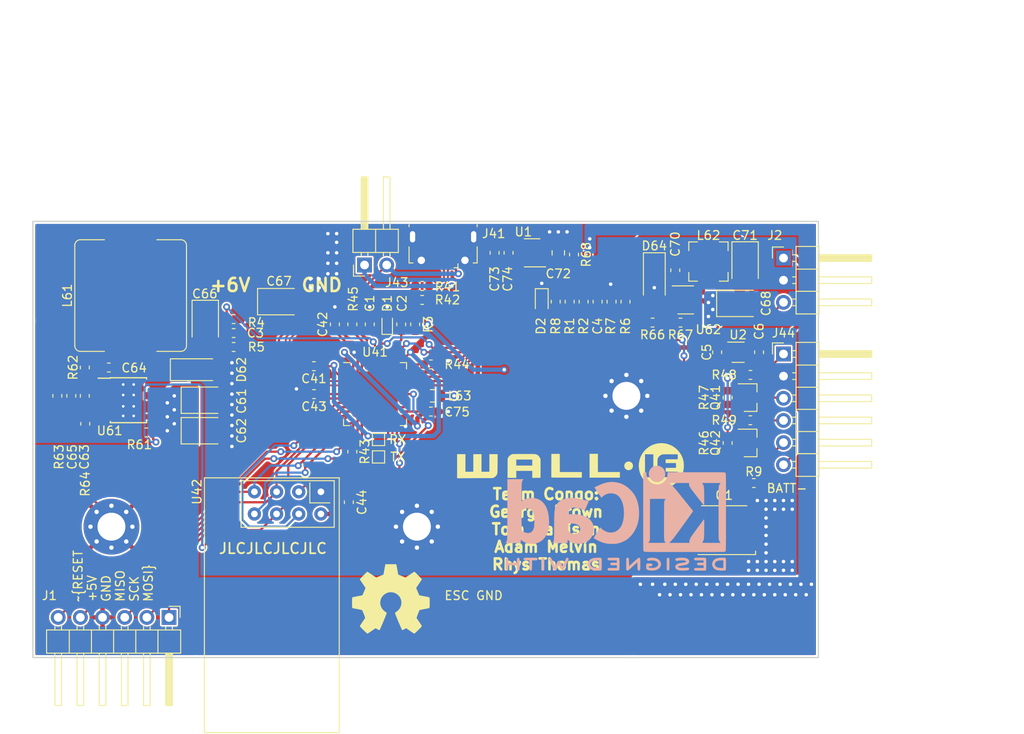
<source format=kicad_pcb>
(kicad_pcb (version 20171130) (host pcbnew 5.1.2-f72e74a~84~ubuntu18.04.1)
  (title_block (title "WALL-IE Power Supply Board") (date 2019-03-25) (rev 1.1r) (company "Team Congo") (comment 1 "George Brown") (comment 2 "WITH REVIEW COMMENTS"))
  (layers (0 F.Cu signal) (31 B.Cu signal) (34 B.Paste user hide) (35 F.Paste user) (36 B.SilkS user) (37 F.SilkS user) (38 B.Mask user) (39 F.Mask user) (44 Edge.Cuts user))
  (net 0 "")
  (net 1 /VBAT_sns)
  (net 2 GND)
  (net 3 /BATT_isns)
  (net 4 /6V_sns)
  (net 5 /3V3_sns)
  (net 6 +3V3)
  (net 7 +2V8)
  (net 8 +5V)
  (net 9 +BATT)
  (net 10 GNDPWR)
  (net 11 +6V)
  (net 12 +5VA)
  (net 13 /pyboard_wdg)
  (net 14 /SERVO_EN)
  (net 15 /microcontroller/D-)
  (net 16 VBUS)
  (net 17 /microcontroller/D+)
  (net 18 /PWR_EN)
  (net 19 /microcontroller/~RESET)
  (net 20 /microcontroller/SCK)
  (net 21 /microcontroller/MOSI)
  (net 22 /microcontroller/MISO)
  (net 23 /microcontroller/~SS)
  (net 24 /EMBEDDED_EN)
  (net 25 /microcontroller/CE)
  (net 26 /microcontroller/RAD_IRQ)
  (net 27 /power-supplies/6VSW)
  (net 28 /power-supplies/6VBOOT)
  (net 29 /power-supplies/6VFB)
  (net 30 /power-supplies/3VSW)
  (net 31 /power-supplies/3VBOOT)
  (net 32 /power-supplies/3VFB)
  (net 33 /microcontroller/RX)
  (net 34 /microcontroller/TX)
  (net 35 /microcontroller/AREF)
  (net 36 /microcontroller/USBREG)
  (net 37 /power-supplies/6VSNUB)
  (net 38 /power-supplies/5VREG_PWR)
  (net 39 /microcontroller/~HWB)
  (net 40 /microcontroller/DIFF_GND_REF)
  (net 41 /2V8SCL)
  (net 42 /2V8SDA)
  (net 43 /3V3SCL)
  (net 44 /3V3SDA)
  (net 45 /microcontroller/DuC+)
  (net 46 /microcontroller/DuC-)
  (net 47 "Net-(D2-Pad2)")
  (net 48 "Net-(TP9-Pad1)")
  (module RF_Module:nRF24L01_Breakout (layer F.Cu) (at 140 100 270)
    (fp_text reference U42 (at 0 14.2 90) (layer F.SilkS))
    (fp_text value NRF24L01_Breakout)
    (pad 1 thru_hole rect (at 0 0 270) (size 1.524 1.524) (drill 0.762) (layers *.Cu *.Mask) (net 2 GND))
    (pad 2 thru_hole circle (at 2.54 0 270) (size 1.524 1.524) (drill 0.762) (layers *.Cu *.Mask) (net 6 +3V3))
    (pad 3 thru_hole circle (at 0 2.54 270) (size 1.524 1.524) (drill 0.762) (layers *.Cu *.Mask) (net 25 /microcontroller/CE))
    (pad 4 thru_hole circle (at 2.54 2.54 270) (size 1.524 1.524) (drill 0.762) (layers *.Cu *.Mask) (net 23 /microcontroller/~SS))
    (pad 5 thru_hole circle (at 0 5.08 270) (size 1.524 1.524) (drill 0.762) (layers *.Cu *.Mask) (net 20 /microcontroller/SCK))
    (pad 6 thru_hole circle (at 2.54 5.08 270) (size 1.524 1.524) (drill 0.762) (layers *.Cu *.Mask) (net 21 /microcontroller/MOSI))
    (pad 7 thru_hole circle (at 0 7.62 270) (size 1.524 1.524) (drill 0.762) (layers *.Cu *.Mask) (net 22 /microcontroller/MISO))
    (pad 8 thru_hole circle (at 2.54 7.62 270) (size 1.524 1.524) (drill 0.762) (layers *.Cu *.Mask) (net 26 /microcontroller/RAD_IRQ))
  )
  (module custom_diodes:D_SOD-128 (layer F.Cu) (at 125.95 86)
    (fp_text reference D62 (at 4.95 0 90) (layer F.SilkS))
    (fp_text value RB081LAM-20)
    (pad 2 smd rect (at 2.2 0) (size 1.4 2) (layers F.Cu F.Paste F.Mask) (net 2 GND))
    (pad 1 smd rect (at -2.2 0) (size 1.4 2) (layers F.Cu F.Paste F.Mask) (net 27 /power-supplies/6VSW))
  )
  (module custom_diodes:D_SOD-128 (layer F.Cu) (at 178.2 75.8 270)
    (fp_text reference D64 (at -4 0 180) (layer F.SilkS))
    (fp_text value RB081LAM-20)
    (pad 2 smd rect (at 2.2 0 270) (size 1.4 2) (layers F.Cu F.Paste F.Mask) (net 2 GND))
    (pad 1 smd rect (at -2.2 0 270) (size 1.4 2) (layers F.Cu F.Paste F.Mask) (net 30 /power-supplies/3VSW))
  )
  (module Inductor_SMD:L_0805_2012Metric (layer F.Cu) (at 152.8 89 180)
    (fp_text reference L63 (at -3.1 0 180) (layer F.SilkS))
    (fp_text value 10u)
    (pad 1 smd roundrect (at -0.9375 0 180) (size 0.975 1.4) (layers F.Cu F.Paste F.Mask) (net 8 +5V))
    (pad 2 smd roundrect (at 0.9375 0 180) (size 0.975 1.4) (layers F.Cu F.Paste F.Mask) (net 12 +5VA))
  )
  (module LED_SMD:LED_0603_1608Metric (layer F.Cu) (at 165.3 78.2 270)
    (fp_text reference D2 (at 2.8 0.1 270) (layer F.SilkS))
    (fp_text value KPT-1608EC)
    (pad 1 smd roundrect (at -0.7875 0 270) (size 0.875 0.95) (layers F.Cu F.Paste F.Mask) (net 2 GND))
    (pad 2 smd roundrect (at 0.7875 0 270) (size 0.875 0.95) (layers F.Cu F.Paste F.Mask) (net 47 "Net-(D2-Pad2)"))
  )
  (module Package_SO:TI_SO-PowerPAD-8_ThermalVias (layer F.Cu) (at 117.95 89.5)
    (fp_text reference U61 (at -2.15 3.5) (layer F.SilkS))
    (fp_text value RT2805A)
    (pad 9 smd rect (at 0 0) (size 2.6 3.1) (layers F.Cu F.Paste F.Mask) (net 2 GND))
    (pad 9 smd rect (at 0 0) (size 2.95 4.5) (layers F.Cu) (net 2 GND))
    (pad 1 smd rect (at -2.7 -1.905) (size 1.55 0.6) (layers F.Cu F.Paste F.Mask) (net 28 /power-supplies/6VBOOT))
    (pad 2 smd rect (at -2.7 -0.635) (size 1.55 0.6) (layers F.Cu F.Paste F.Mask) (net 2 GND))
    (pad 3 smd rect (at -2.7 0.635) (size 1.55 0.6) (layers F.Cu F.Paste F.Mask) (net 2 GND))
    (pad 4 smd rect (at -2.7 1.905) (size 1.55 0.6) (layers F.Cu F.Paste F.Mask) (net 29 /power-supplies/6VFB))
    (pad 5 smd rect (at 2.7 1.905) (size 1.55 0.6) (layers F.Cu F.Paste F.Mask) (net 14 /SERVO_EN))
    (pad 6 smd rect (at 2.7 0.635) (size 1.55 0.6) (layers F.Cu F.Paste F.Mask) (net 2 GND))
    (pad 7 smd rect (at 2.7 -0.635) (size 1.55 0.6) (layers F.Cu F.Paste F.Mask) (net 9 +BATT))
    (pad 8 smd rect (at 2.7 -1.905) (size 1.55 0.6) (layers F.Cu F.Paste F.Mask) (net 27 /power-supplies/6VSW))
    (pad 9 smd rect (at 0 0) (size 2.95 4.5) (layers B.Cu) (net 2 GND))
    (pad 9 thru_hole circle (at -0.6 -1.8) (size 0.6 0.6) (drill 0.3) (layers *.Cu) (net 2 GND))
    (pad 9 thru_hole circle (at -0.6 -0.6) (size 0.6 0.6) (drill 0.3) (layers *.Cu) (net 2 GND))
    (pad 9 thru_hole circle (at 0.6 -0.6) (size 0.6 0.6) (drill 0.3) (layers *.Cu) (net 2 GND))
    (pad 9 thru_hole circle (at 0.6 -1.8) (size 0.6 0.6) (drill 0.3) (layers *.Cu) (net 2 GND))
    (pad 9 thru_hole circle (at -0.6 1.8) (size 0.6 0.6) (drill 0.3) (layers *.Cu) (net 2 GND))
    (pad 9 thru_hole circle (at -0.6 0.7) (size 0.6 0.6) (drill 0.3) (layers *.Cu) (net 2 GND))
    (pad 9 thru_hole circle (at 0.6 0.7) (size 0.6 0.6) (drill 0.3) (layers *.Cu) (net 2 GND))
    (pad 9 thru_hole circle (at 0.6 1.8) (size 0.6 0.6) (drill 0.3) (layers *.Cu) (net 2 GND))
  )
  (module MountingHole:MountingHole_3.2mm_M3_Pad_Via (layer F.Cu) (at 116 104)
    (fp_text reference REF** hide)
    (fp_text value MountingHole_3.2mm_M3_Pad_Via)
    (pad 1 thru_hole circle (at 0 0) (size 6.4 6.4) (drill 3.2) (layers *.Cu *.Mask) (net 2 GND))
    (pad 1 thru_hole circle (at 2.4 0) (size 0.8 0.8) (drill 0.5) (layers *.Cu *.Mask))
    (pad 1 thru_hole circle (at 1.697056 1.697056) (size 0.8 0.8) (drill 0.5) (layers *.Cu *.Mask))
    (pad 1 thru_hole circle (at 0 2.4) (size 0.8 0.8) (drill 0.5) (layers *.Cu *.Mask))
    (pad 1 thru_hole circle (at -1.697056 1.697056) (size 0.8 0.8) (drill 0.5) (layers *.Cu *.Mask))
    (pad 1 thru_hole circle (at -2.4 0) (size 0.8 0.8) (drill 0.5) (layers *.Cu *.Mask))
    (pad 1 thru_hole circle (at -1.697056 -1.697056) (size 0.8 0.8) (drill 0.5) (layers *.Cu *.Mask))
    (pad 1 thru_hole circle (at 0 -2.4) (size 0.8 0.8) (drill 0.5) (layers *.Cu *.Mask))
    (pad 1 thru_hole circle (at 1.697056 -1.697056) (size 0.8 0.8) (drill 0.5) (layers *.Cu *.Mask))
  )
  (module MountingHole:MountingHole_3.2mm_M3_Pad_Via (layer F.Cu) (at 151 104)
    (fp_text reference REF** hide)
    (fp_text value MountingHole_3.2mm_M3_Pad_Via)
    (pad 1 thru_hole circle (at 0 0) (size 6.4 6.4) (drill 3.2) (layers *.Cu *.Mask) (net 2 GND))
    (pad 1 thru_hole circle (at 2.4 0) (size 0.8 0.8) (drill 0.5) (layers *.Cu *.Mask))
    (pad 1 thru_hole circle (at 1.697056 1.697056) (size 0.8 0.8) (drill 0.5) (layers *.Cu *.Mask))
    (pad 1 thru_hole circle (at 0 2.4) (size 0.8 0.8) (drill 0.5) (layers *.Cu *.Mask))
    (pad 1 thru_hole circle (at -1.697056 1.697056) (size 0.8 0.8) (drill 0.5) (layers *.Cu *.Mask))
    (pad 1 thru_hole circle (at -2.4 0) (size 0.8 0.8) (drill 0.5) (layers *.Cu *.Mask))
    (pad 1 thru_hole circle (at -1.697056 -1.697056) (size 0.8 0.8) (drill 0.5) (layers *.Cu *.Mask))
    (pad 1 thru_hole circle (at 0 -2.4) (size 0.8 0.8) (drill 0.5) (layers *.Cu *.Mask))
    (pad 1 thru_hole circle (at 1.697056 -1.697056) (size 0.8 0.8) (drill 0.5) (layers *.Cu *.Mask))
  )
  (module Capacitor_SMD:C_0603_1608Metric (layer F.Cu) (at 145.6 80.8 90)
    (fp_text reference C1 (at 2.4 0 90) (layer F.SilkS))
    (fp_text value 100n)
    (pad 1 smd roundrect (at -0.7875 0 90) (size 0.875 0.95) (layers F.Cu F.Paste F.Mask) (net 1 /VBAT_sns))
    (pad 2 smd roundrect (at 0.7875 0 90) (size 0.875 0.95) (layers F.Cu F.Paste F.Mask) (net 2 GND))
  )
  (module custom_passives:L_Bourns_SRP1265 (layer F.Cu) (at 118.2 77.5 90)
    (fp_text reference L61 (at 0 -7.25 90) (layer F.SilkS))
    (fp_text value 47u)
    (pad 2 smd rect (at 5.55 0 90) (size 3.1 5) (layers F.Cu F.Paste F.Mask) (net 11 +6V))
    (pad 1 smd rect (at -5.55 0 90) (size 3.1 5) (layers F.Cu F.Paste F.Mask) (net 27 /power-supplies/6VSW))
  )
  (module Capacitor_SMD:C_0603_1608Metric (layer F.Cu) (at 149.2 80.8 90)
    (fp_text reference C2 (at 2.4 0.1 90) (layer F.SilkS))
    (fp_text value 100n)
    (pad 1 smd roundrect (at -0.7875 0 90) (size 0.875 0.95) (layers F.Cu F.Paste F.Mask) (net 3 /BATT_isns))
    (pad 2 smd roundrect (at 0.7875 0 90) (size 0.875 0.95) (layers F.Cu F.Paste F.Mask) (net 2 GND))
  )
  (module Capacitor_SMD:C_0603_1608Metric (layer F.Cu) (at 130 81.8)
    (fp_text reference C3 (at 2.5 0) (layer F.SilkS))
    (fp_text value 100n)
    (pad 2 smd roundrect (at 0.7875 0) (size 0.875 0.95) (layers F.Cu F.Paste F.Mask) (net 2 GND))
    (pad 1 smd roundrect (at -0.7875 0) (size 0.875 0.95) (layers F.Cu F.Paste F.Mask) (net 4 /6V_sns))
  )
  (module Capacitor_SMD:C_0603_1608Metric (layer F.Cu) (at 171.7 78.2 90)
    (fp_text reference C4 (at -2.8 0 90) (layer F.SilkS))
    (fp_text value 100n)
    (pad 1 smd roundrect (at -0.7875 0 90) (size 0.875 0.95) (layers F.Cu F.Paste F.Mask) (net 5 /3V3_sns))
    (pad 2 smd roundrect (at 0.7875 0 90) (size 0.875 0.95) (layers F.Cu F.Paste F.Mask) (net 2 GND))
  )
  (module Capacitor_SMD:C_0603_1608Metric (layer F.Cu) (at 185.4 84 270)
    (fp_text reference C5 (at 0 1.2 270) (layer F.SilkS))
    (fp_text value 1u)
    (pad 1 smd roundrect (at -0.7875 0 270) (size 0.875 0.95) (layers F.Cu F.Paste F.Mask) (net 6 +3V3))
    (pad 2 smd roundrect (at 0.7875 0 270) (size 0.875 0.95) (layers F.Cu F.Paste F.Mask) (net 2 GND))
  )
  (module Capacitor_SMD:C_0603_1608Metric (layer F.Cu) (at 190.2 84 90)
    (fp_text reference C6 (at 2.4 0 90) (layer F.SilkS))
    (fp_text value 1u)
    (pad 2 smd roundrect (at 0.7875 0 90) (size 0.875 0.95) (layers F.Cu F.Paste F.Mask) (net 2 GND))
    (pad 1 smd roundrect (at -0.7875 0 90) (size 0.875 0.95) (layers F.Cu F.Paste F.Mask) (net 7 +2V8))
  )
  (module Capacitor_SMD:C_0603_1608Metric (layer F.Cu) (at 139.2 85.6 180)
    (fp_text reference C41 (at 0 -1.43 180) (layer F.SilkS))
    (fp_text value 100n)
    (pad 1 smd roundrect (at -0.7875 0 180) (size 0.875 0.95) (layers F.Cu F.Paste F.Mask) (net 8 +5V))
    (pad 2 smd roundrect (at 0.7875 0 180) (size 0.875 0.95) (layers F.Cu F.Paste F.Mask) (net 2 GND))
  )
  (module Capacitor_SMD:C_0603_1608Metric (layer F.Cu) (at 141.6 80.8 90)
    (fp_text reference C42 (at 0 -1.4 90) (layer F.SilkS))
    (fp_text value 100n)
    (pad 1 smd roundrect (at -0.7875 0 90) (size 0.875 0.95) (layers F.Cu F.Paste F.Mask) (net 35 /microcontroller/AREF))
    (pad 2 smd roundrect (at 0.7875 0 90) (size 0.875 0.95) (layers F.Cu F.Paste F.Mask) (net 2 GND))
  )
  (module Capacitor_SMD:C_0603_1608Metric (layer F.Cu) (at 139.2125 88.8 180)
    (fp_text reference C43 (at 0 -1.43 180) (layer F.SilkS))
    (fp_text value 1u)
    (pad 1 smd roundrect (at -0.7875 0 180) (size 0.875 0.95) (layers F.Cu F.Paste F.Mask) (net 36 /microcontroller/USBREG))
    (pad 2 smd roundrect (at 0.7875 0 180) (size 0.875 0.95) (layers F.Cu F.Paste F.Mask) (net 2 GND))
  )
  (module Capacitor_SMD:C_0603_1608Metric (layer F.Cu) (at 143.2 101.2 90)
    (fp_text reference C44 (at 0 1.5 90) (layer F.SilkS))
    (fp_text value 100n)
    (pad 2 smd roundrect (at 0.7875 0 90) (size 0.875 0.95) (layers F.Cu F.Paste F.Mask) (net 2 GND))
    (pad 1 smd roundrect (at -0.7875 0 90) (size 0.875 0.95) (layers F.Cu F.Paste F.Mask) (net 6 +3V3))
  )
  (module Capacitor_Tantalum_SMD:CP_EIA-3528-21_Kemet-B (layer F.Cu) (at 126.45 89.5)
    (fp_text reference C61 (at 4.45 0.1 90) (layer F.SilkS))
    (fp_text value 10u)
    (pad 1 smd roundrect (at -1.5375 0) (size 1.325 2.35) (layers F.Cu F.Paste F.Mask) (roundrect_rratio 0.188679) (net 9 +BATT))
    (pad 2 smd roundrect (at 1.5375 0) (size 1.325 2.35) (layers F.Cu F.Paste F.Mask) (roundrect_rratio 0.188679) (net 2 GND))
  )
  (module Capacitor_Tantalum_SMD:CP_EIA-3528-21_Kemet-B (layer F.Cu) (at 126.45 93)
    (fp_text reference C62 (at 4.45 0 90) (layer F.SilkS))
    (fp_text value 10u)
    (pad 2 smd roundrect (at 1.5375 0) (size 1.325 2.35) (layers F.Cu F.Paste F.Mask) (roundrect_rratio 0.188679) (net 2 GND))
    (pad 1 smd roundrect (at -1.5375 0) (size 1.325 2.35) (layers F.Cu F.Paste F.Mask) (roundrect_rratio 0.188679) (net 9 +BATT))
  )
  (module Capacitor_SMD:C_0603_1608Metric (layer F.Cu) (at 112.95 89 270)
    (fp_text reference C63 (at 7 0.05 270) (layer F.SilkS))
    (fp_text value 270p)
    (pad 2 smd roundrect (at 0.7875 0 270) (size 0.875 0.95) (layers F.Cu F.Paste F.Mask) (net 2 GND))
    (pad 1 smd roundrect (at -0.7875 0 270) (size 0.875 0.95) (layers F.Cu F.Paste F.Mask) (net 37 /power-supplies/6VSNUB))
  )
  (module Capacitor_SMD:C_0603_1608Metric (layer F.Cu) (at 115.7 85.75)
    (fp_text reference C64 (at 2.9 0.05) (layer F.SilkS))
    (fp_text value 10n)
    (pad 2 smd roundrect (at 0.7875 0) (size 0.875 0.95) (layers F.Cu F.Paste F.Mask) (net 27 /power-supplies/6VSW))
    (pad 1 smd roundrect (at -0.7875 0) (size 0.875 0.95) (layers F.Cu F.Paste F.Mask) (net 28 /power-supplies/6VBOOT))
  )
  (module Capacitor_SMD:C_0603_1608Metric (layer F.Cu) (at 111.4 89 270)
    (fp_text reference C65 (at 7 -0.1 270) (layer F.SilkS))
    (fp_text value 82p)
    (pad 2 smd roundrect (at 0.7875 0 270) (size 0.875 0.95) (layers F.Cu F.Paste F.Mask) (net 29 /power-supplies/6VFB))
    (pad 1 smd roundrect (at -0.7875 0 270) (size 0.875 0.95) (layers F.Cu F.Paste F.Mask) (net 11 +6V))
  )
  (module Capacitor_Tantalum_SMD:CP_EIA-3528-21_Kemet-B (layer F.Cu) (at 187.8 78.4)
    (fp_text reference C68 (at 3.2 0 90) (layer F.SilkS))
    (fp_text value 10u)
    (pad 1 smd roundrect (at -1.5375 0) (size 1.325 2.35) (layers F.Cu F.Paste F.Mask) (roundrect_rratio 0.188679) (net 9 +BATT))
    (pad 2 smd roundrect (at 1.5375 0) (size 1.325 2.35) (layers F.Cu F.Paste F.Mask) (roundrect_rratio 0.188679) (net 2 GND))
  )
  (module Capacitor_SMD:C_0603_1608Metric (layer F.Cu) (at 180.6 74.6 90)
    (fp_text reference C70 (at 3 0 90) (layer F.SilkS))
    (fp_text value 10n)
    (pad 2 smd roundrect (at 0.7875 0 90) (size 0.875 0.95) (layers F.Cu F.Paste F.Mask) (net 30 /power-supplies/3VSW))
    (pad 1 smd roundrect (at -0.7875 0 90) (size 0.875 0.95) (layers F.Cu F.Paste F.Mask) (net 31 /power-supplies/3VBOOT))
  )
  (module Capacitor_SMD:C_0805_2012Metric (layer F.Cu) (at 167.2 72.6 90)
    (fp_text reference C72 (at -2.4 0 180) (layer F.SilkS))
    (fp_text value 1u)
    (pad 1 smd roundrect (at -0.9375 0 90) (size 0.975 1.4) (layers F.Cu F.Paste F.Mask) (net 38 /power-supplies/5VREG_PWR))
    (pad 2 smd roundrect (at 0.9375 0 90) (size 0.975 1.4) (layers F.Cu F.Paste F.Mask) (net 2 GND))
  )
  (module Capacitor_SMD:C_0603_1608Metric (layer F.Cu) (at 159.9 72.6 90)
    (fp_text reference C73 (at -3 0 90) (layer F.SilkS))
    (fp_text value 1u)
    (pad 1 smd roundrect (at -0.7875 0 90) (size 0.875 0.95) (layers F.Cu F.Paste F.Mask) (net 8 +5V))
    (pad 2 smd roundrect (at 0.7875 0 90) (size 0.875 0.95) (layers F.Cu F.Paste F.Mask) (net 2 GND))
  )
  (module Capacitor_SMD:C_0603_1608Metric (layer F.Cu) (at 161.5 72.6 90)
    (fp_text reference C74 (at -3 -0.1 90) (layer F.SilkS))
    (fp_text value 1u)
    (pad 2 smd roundrect (at 0.7875 0 90) (size 0.875 0.95) (layers F.Cu F.Paste F.Mask) (net 2 GND))
    (pad 1 smd roundrect (at -0.7875 0 90) (size 0.875 0.95) (layers F.Cu F.Paste F.Mask) (net 8 +5V))
  )
  (module Capacitor_SMD:C_0603_1608Metric (layer F.Cu) (at 152.6 90.8)
    (fp_text reference C75 (at 3 0.05) (layer F.SilkS))
    (fp_text value 100n)
    (pad 1 smd roundrect (at -0.7875 0) (size 0.875 0.95) (layers F.Cu F.Paste F.Mask) (net 12 +5VA))
    (pad 2 smd roundrect (at 0.7875 0) (size 0.875 0.95) (layers F.Cu F.Paste F.Mask) (net 2 GND))
  )
  (module Connector_PinHeader_2.54mm:PinHeader_1x03_P2.54mm_Horizontal (layer F.Cu) (at 193 73.2)
    (fp_text reference J2 (at -1 -2.6) (layer F.SilkS))
    (fp_text value "pyboard conn")
    (pad 1 thru_hole rect (at 0 0) (size 1.7 1.7) (drill 1) (layers *.Cu *.Mask) (net 6 +3V3))
    (pad 2 thru_hole oval (at 0 2.54) (size 1.7 1.7) (drill 1) (layers *.Cu *.Mask) (net 2 GND))
    (pad 3 thru_hole oval (at 0 5.08) (size 1.7 1.7) (drill 1) (layers *.Cu *.Mask) (net 13 /pyboard_wdg))
  )
  (module Connector_USB:USB_Micro-B_Molex-105017-0001 (layer F.Cu) (at 154 72 180)
    (fp_text reference J41 (at -5.8 1.6 180) (layer F.SilkS))
    (fp_text value USB_B_Micro)
    (pad 6 smd rect (at 1 1.2375 180) (size 1.5 1.9) (layers F.Cu F.Paste F.Mask) (net 2 GND))
    (pad 6 thru_hole circle (at -2.5 -1.4625 180) (size 1.45 1.45) (drill 0.85) (layers *.Cu *.Mask) (net 2 GND))
    (pad 2 smd rect (at -0.65 -1.4625 180) (size 0.4 1.35) (layers F.Cu F.Paste F.Mask) (net 15 /microcontroller/D-))
    (pad 1 smd rect (at -1.3 -1.4625 180) (size 0.4 1.35) (layers F.Cu F.Paste F.Mask) (net 16 VBUS))
    (pad 5 smd rect (at 1.3 -1.4625 180) (size 0.4 1.35) (layers F.Cu F.Paste F.Mask) (net 2 GND))
    (pad 4 smd rect (at 0.65 -1.4625 180) (size 0.4 1.35) (layers F.Cu F.Paste F.Mask))
    (pad 3 smd rect (at 0 -1.4625 180) (size 0.4 1.35) (layers F.Cu F.Paste F.Mask) (net 17 /microcontroller/D+))
    (pad 6 thru_hole circle (at 2.5 -1.4625 180) (size 1.45 1.45) (drill 0.85) (layers *.Cu *.Mask) (net 2 GND))
    (pad 6 smd rect (at -1 1.2375 180) (size 1.5 1.9) (layers F.Cu F.Paste F.Mask) (net 2 GND))
    (pad 6 thru_hole oval (at -3.5 1.2375) (size 1.2 1.9) (drill oval 0.6 1.3) (layers *.Cu *.Mask) (net 2 GND))
    (pad 6 thru_hole oval (at 3.5 1.2375 180) (size 1.2 1.9) (drill oval 0.6 1.3) (layers *.Cu *.Mask) (net 2 GND))
    (pad 6 smd rect (at 2.9 1.2375 180) (size 1.2 1.9) (layers F.Cu F.Mask) (net 2 GND))
    (pad 6 smd rect (at -2.9 1.2375 180) (size 1.2 1.9) (layers F.Cu F.Mask) (net 2 GND))
  )
  (module Connector_PinHeader_2.54mm:PinHeader_1x02_P2.54mm_Horizontal (layer F.Cu) (at 145 74 90)
    (fp_text reference J43 (at -2 3.7 180) (layer F.SilkS))
    (fp_text value PROGRAM_PSU)
    (pad 1 thru_hole rect (at 0 0 90) (size 1.7 1.7) (drill 1) (layers *.Cu *.Mask) (net 8 +5V))
    (pad 2 thru_hole oval (at 0 2.54 90) (size 1.7 1.7) (drill 1) (layers *.Cu *.Mask) (net 16 VBUS))
  )
  (module custom_passives:L_Bourns-SRN4012 (layer F.Cu) (at 184.4 73.6)
    (fp_text reference L62 (at 0 -3) (layer F.SilkS))
    (fp_text value 6.8u)
    (pad 1 smd rect (at -1.35 0) (size 1.5 4.2) (layers F.Cu F.Paste F.Mask) (net 30 /power-supplies/3VSW))
    (pad 2 smd rect (at 1.35 0) (size 1.5 4.2) (layers F.Cu F.Paste F.Mask) (net 6 +3V3))
  )
  (module Package_TO_SOT_SMD:TDSON-8-1 (layer F.Cu) (at 186.2 104.4 180)
    (fp_text reference Q1 (at 0 4 180) (layer F.SilkS))
    (fp_text value BSC009NE2LS)
    (pad 1 smd rect (at -2.75 -1.91 90) (size 0.7 0.8) (layers F.Cu F.Paste F.Mask) (net 2 GND))
    (pad 2 smd rect (at -2.75 -0.64 90) (size 0.7 0.8) (layers F.Cu F.Paste F.Mask) (net 2 GND))
    (pad 3 smd rect (at -2.75 0.64 90) (size 0.7 0.8) (layers F.Cu F.Paste F.Mask) (net 2 GND))
    (pad 4 smd rect (at -2.75 1.91 90) (size 0.7 0.8) (layers F.Cu F.Paste F.Mask) (net 18 /PWR_EN))
    (pad 5 smd rect (at 2.75 1.91 90) (size 0.7 0.8) (layers F.Cu F.Paste F.Mask) (net 10 GNDPWR))
    (pad 5 smd rect (at 2.75 0.64 90) (size 0.7 0.8) (layers F.Cu F.Paste F.Mask) (net 10 GNDPWR))
    (pad 5 smd rect (at 2.75 -0.64 90) (size 0.7 0.8) (layers F.Cu F.Paste F.Mask) (net 10 GNDPWR))
    (pad 5 smd rect (at 2.75 -1.91 90) (size 0.7 0.8) (layers F.Cu F.Paste F.Mask) (net 10 GNDPWR))
    (pad 5 smd rect (at 0.5 0 90) (size 4.5 4.29) (layers F.Cu F.Mask) (net 10 GNDPWR))
  )
  (module Package_TO_SOT_SMD:SOT-23 (layer F.Cu) (at 189.2 89.2)
    (fp_text reference Q41 (at -4 0 90) (layer F.SilkS))
    (fp_text value BSS138)
    (pad 3 smd rect (at 1 0) (size 0.9 0.8) (layers F.Cu F.Paste F.Mask) (net 43 /3V3SCL))
    (pad 2 smd rect (at -1 0.95) (size 0.9 0.8) (layers F.Cu F.Paste F.Mask) (net 41 /2V8SCL))
    (pad 1 smd rect (at -1 -0.95) (size 0.9 0.8) (layers F.Cu F.Paste F.Mask) (net 7 +2V8))
  )
  (module Package_TO_SOT_SMD:SOT-23 (layer F.Cu) (at 189.2 94.4)
    (fp_text reference Q42 (at -4 0 90) (layer F.SilkS))
    (fp_text value BSS138)
    (pad 1 smd rect (at -1 -0.95) (size 0.9 0.8) (layers F.Cu F.Paste F.Mask) (net 7 +2V8))
    (pad 2 smd rect (at -1 0.95) (size 0.9 0.8) (layers F.Cu F.Paste F.Mask) (net 42 /2V8SDA))
    (pad 3 smd rect (at 1 0) (size 0.9 0.8) (layers F.Cu F.Paste F.Mask) (net 44 /3V3SDA))
  )
  (module Resistor_SMD:R_0603_1608Metric (layer F.Cu) (at 168.5 78.2 270)
    (fp_text reference R1 (at 2.8 0 270) (layer F.SilkS))
    (fp_text value 6k8)
    (pad 1 smd roundrect (at -0.7875 0 270) (size 0.875 0.95) (layers F.Cu F.Paste F.Mask) (net 9 +BATT))
    (pad 2 smd roundrect (at 0.7875 0 270) (size 0.875 0.95) (layers F.Cu F.Paste F.Mask) (net 1 /VBAT_sns))
  )
  (module Resistor_SMD:R_0603_1608Metric (layer F.Cu) (at 170.1 78.2 90)
    (fp_text reference R2 (at -2.8 0 90) (layer F.SilkS))
    (fp_text value 1k)
    (pad 1 smd roundrect (at -0.7875 0 90) (size 0.875 0.95) (layers F.Cu F.Paste F.Mask) (net 1 /VBAT_sns))
    (pad 2 smd roundrect (at 0.7875 0 90) (size 0.875 0.95) (layers F.Cu F.Paste F.Mask) (net 2 GND))
  )
  (module Resistor_SMD:R_0603_1608Metric (layer F.Cu) (at 150.8 80.8 90)
    (fp_text reference R3 (at 0 1.5 90) (layer F.SilkS))
    (fp_text value 4k7)
    (pad 2 smd roundrect (at 0.7875 0 90) (size 0.875 0.95) (layers F.Cu F.Paste F.Mask) (net 10 GNDPWR))
    (pad 1 smd roundrect (at -0.7875 0 90) (size 0.875 0.95) (layers F.Cu F.Paste F.Mask) (net 3 /BATT_isns))
  )
  (module Resistor_SMD:R_0603_1608Metric (layer F.Cu) (at 130 80.2 180)
    (fp_text reference R4 (at -2.6 -0.4 180) (layer F.SilkS))
    (fp_text value 6k8)
    (pad 2 smd roundrect (at 0.7875 0 180) (size 0.875 0.95) (layers F.Cu F.Paste F.Mask) (net 4 /6V_sns))
    (pad 1 smd roundrect (at -0.7875 0 180) (size 0.875 0.95) (layers F.Cu F.Paste F.Mask) (net 11 +6V))
  )
  (module Resistor_SMD:R_0603_1608Metric (layer F.Cu) (at 130 83.4)
    (fp_text reference R5 (at 2.6 0) (layer F.SilkS))
    (fp_text value 4k7)
    (pad 2 smd roundrect (at 0.7875 0) (size 0.875 0.95) (layers F.Cu F.Paste F.Mask) (net 2 GND))
    (pad 1 smd roundrect (at -0.7875 0) (size 0.875 0.95) (layers F.Cu F.Paste F.Mask) (net 4 /6V_sns))
  )
  (module Resistor_SMD:R_0603_1608Metric (layer F.Cu) (at 174.9 78.2 270)
    (fp_text reference R6 (at 2.8 0 270) (layer F.SilkS))
    (fp_text value 4k7)
    (pad 1 smd roundrect (at -0.7875 0 270) (size 0.875 0.95) (layers F.Cu F.Paste F.Mask) (net 6 +3V3))
    (pad 2 smd roundrect (at 0.7875 0 270) (size 0.875 0.95) (layers F.Cu F.Paste F.Mask) (net 5 /3V3_sns))
  )
  (module Resistor_SMD:R_0603_1608Metric (layer F.Cu) (at 173.3 78.2 90)
    (fp_text reference R7 (at -2.8 -0.1 90) (layer F.SilkS))
    (fp_text value 6k8)
    (pad 1 smd roundrect (at -0.7875 0 90) (size 0.875 0.95) (layers F.Cu F.Paste F.Mask) (net 5 /3V3_sns))
    (pad 2 smd roundrect (at 0.7875 0 90) (size 0.875 0.95) (layers F.Cu F.Paste F.Mask) (net 2 GND))
  )
  (module Resistor_SMD:R_0603_1608Metric (layer F.Cu) (at 189.6 99)
    (fp_text reference R9 (at 0 -1.3) (layer F.SilkS))
    (fp_text value 10k)
    (pad 2 smd roundrect (at 0.7875 0) (size 0.875 0.95) (layers F.Cu F.Paste F.Mask) (net 2 GND))
    (pad 1 smd roundrect (at -0.7875 0) (size 0.875 0.95) (layers F.Cu F.Paste F.Mask) (net 18 /PWR_EN))
  )
  (module Resistor_SMD:R_0603_1608Metric (layer F.Cu) (at 151.6 76.4)
    (fp_text reference R41 (at 2.9 0.1) (layer F.SilkS))
    (fp_text value 22)
    (pad 1 smd roundrect (at -0.7875 0) (size 0.875 0.95) (layers F.Cu F.Paste F.Mask) (net 45 /microcontroller/DuC+))
    (pad 2 smd roundrect (at 0.7875 0) (size 0.875 0.95) (layers F.Cu F.Paste F.Mask) (net 17 /microcontroller/D+))
  )
  (module Resistor_SMD:R_0603_1608Metric (layer F.Cu) (at 151.6 78)
    (fp_text reference R42 (at 2.9 0) (layer F.SilkS))
    (fp_text value 22)
    (pad 2 smd roundrect (at 0.7875 0) (size 0.875 0.95) (layers F.Cu F.Paste F.Mask) (net 15 /microcontroller/D-))
    (pad 1 smd roundrect (at -0.7875 0) (size 0.875 0.95) (layers F.Cu F.Paste F.Mask) (net 46 /microcontroller/DuC-))
  )
  (module Resistor_SMD:R_0603_1608Metric (layer F.Cu) (at 143.6 95.4 270)
    (fp_text reference R43 (at 0 -1.43 270) (layer F.SilkS))
    (fp_text value 10k)
    (pad 1 smd roundrect (at -0.7875 0 270) (size 0.875 0.95) (layers F.Cu F.Paste F.Mask) (net 19 /microcontroller/~RESET))
    (pad 2 smd roundrect (at 0.7875 0 270) (size 0.875 0.95) (layers F.Cu F.Paste F.Mask) (net 8 +5V))
  )
  (module Resistor_SMD:R_0603_1608Metric (layer F.Cu) (at 152.6 85.4 180)
    (fp_text reference R44 (at -3 0 180) (layer F.SilkS))
    (fp_text value 1k)
    (pad 1 smd roundrect (at -0.7875 0 180) (size 0.875 0.95) (layers F.Cu F.Paste F.Mask) (net 2 GND))
    (pad 2 smd roundrect (at 0.7875 0 180) (size 0.875 0.95) (layers F.Cu F.Paste F.Mask) (net 39 /microcontroller/~HWB))
  )
  (module Resistor_SMD:R_0603_1608Metric (layer F.Cu) (at 143.6 80.8 270)
    (fp_text reference R45 (at -2.9 -0.1 270) (layer F.SilkS))
    (fp_text value 1k)
    (pad 1 smd roundrect (at -0.7875 0 270) (size 0.875 0.95) (layers F.Cu F.Paste F.Mask) (net 2 GND))
    (pad 2 smd roundrect (at 0.7875 0 270) (size 0.875 0.95) (layers F.Cu F.Paste F.Mask) (net 40 /microcontroller/DIFF_GND_REF))
  )
  (module Resistor_SMD:R_0603_1608Metric (layer F.Cu) (at 186.6 94.4 270)
    (fp_text reference R46 (at 0 2.7 270) (layer F.SilkS))
    (fp_text value 10k)
    (pad 2 smd roundrect (at 0.7875 0 270) (size 0.875 0.95) (layers F.Cu F.Paste F.Mask) (net 42 /2V8SDA))
    (pad 1 smd roundrect (at -0.7875 0 270) (size 0.875 0.95) (layers F.Cu F.Paste F.Mask) (net 7 +2V8))
  )
  (module Resistor_SMD:R_0603_1608Metric (layer F.Cu) (at 186.6 89.2 270)
    (fp_text reference R47 (at 0 2.7 270) (layer F.SilkS))
    (fp_text value 10k)
    (pad 2 smd roundrect (at 0.7875 0 270) (size 0.875 0.95) (layers F.Cu F.Paste F.Mask) (net 41 /2V8SCL))
    (pad 1 smd roundrect (at -0.7875 0 270) (size 0.875 0.95) (layers F.Cu F.Paste F.Mask) (net 7 +2V8))
  )
  (module Resistor_SMD:R_0603_1608Metric (layer F.Cu) (at 189.2125 86.6)
    (fp_text reference R48 (at -3.0125 0) (layer F.SilkS))
    (fp_text value 10k)
    (pad 2 smd roundrect (at 0.7875 0) (size 0.875 0.95) (layers F.Cu F.Paste F.Mask) (net 43 /3V3SCL))
    (pad 1 smd roundrect (at -0.7875 0) (size 0.875 0.95) (layers F.Cu F.Paste F.Mask) (net 6 +3V3))
  )
  (module Resistor_SMD:R_0603_1608Metric (layer F.Cu) (at 189.2 91.8)
    (fp_text reference R49 (at -3 0) (layer F.SilkS))
    (fp_text value 10k)
    (pad 1 smd roundrect (at -0.7875 0) (size 0.875 0.95) (layers F.Cu F.Paste F.Mask) (net 6 +3V3))
    (pad 2 smd roundrect (at 0.7875 0) (size 0.875 0.95) (layers F.Cu F.Paste F.Mask) (net 44 /3V3SDA))
  )
  (module Resistor_SMD:R_0603_1608Metric (layer F.Cu) (at 120 93.2 180)
    (fp_text reference R61 (at 0.8 -1.4 180) (layer F.SilkS))
    (fp_text value 10k)
    (pad 2 smd roundrect (at 0.7875 0 180) (size 0.875 0.95) (layers F.Cu F.Paste F.Mask) (net 2 GND))
    (pad 1 smd roundrect (at -0.7875 0 180) (size 0.875 0.95) (layers F.Cu F.Paste F.Mask) (net 14 /SERVO_EN))
  )
  (module Resistor_SMD:R_0603_1608Metric (layer F.Cu) (at 112.95 85.75 270)
    (fp_text reference R62 (at 0 1.35 270) (layer F.SilkS))
    (fp_text value 240)
    (pad 1 smd roundrect (at -0.7875 0 270) (size 0.875 0.95) (layers F.Cu F.Paste F.Mask) (net 27 /power-supplies/6VSW))
    (pad 2 smd roundrect (at 0.7875 0 270) (size 0.875 0.95) (layers F.Cu F.Paste F.Mask) (net 37 /power-supplies/6VSNUB))
  )
  (module Resistor_SMD:R_0603_1608Metric (layer F.Cu) (at 109.8 89 270)
    (fp_text reference R63 (at 7 -0.2 270) (layer F.SilkS))
    (fp_text value 100k)
    (pad 1 smd roundrect (at -0.7875 0 270) (size 0.875 0.95) (layers F.Cu F.Paste F.Mask) (net 11 +6V))
    (pad 2 smd roundrect (at 0.7875 0 270) (size 0.875 0.95) (layers F.Cu F.Paste F.Mask) (net 29 /power-supplies/6VFB))
  )
  (module Resistor_SMD:R_0603_1608Metric (layer F.Cu) (at 113 92.2 270)
    (fp_text reference R64 (at 6.9 0 270) (layer F.SilkS))
    (fp_text value 26.1k)
    (pad 2 smd roundrect (at 0.7875 0 270) (size 0.875 0.95) (layers F.Cu F.Paste F.Mask) (net 2 GND))
    (pad 1 smd roundrect (at -0.7875 0 270) (size 0.875 0.95) (layers F.Cu F.Paste F.Mask) (net 29 /power-supplies/6VFB))
  )
  (module Resistor_SMD:R_0603_1608Metric (layer F.Cu) (at 178 80.6)
    (fp_text reference R66 (at 0 1.4) (layer F.SilkS))
    (fp_text value 62k)
    (pad 2 smd roundrect (at 0.7875 0) (size 0.875 0.95) (layers F.Cu F.Paste F.Mask) (net 32 /power-supplies/3VFB))
    (pad 1 smd roundrect (at -0.7875 0) (size 0.875 0.95) (layers F.Cu F.Paste F.Mask) (net 6 +3V3))
  )
  (module Resistor_SMD:R_0603_1608Metric (layer F.Cu) (at 181.2 80.6)
    (fp_text reference R67 (at 0 1.4) (layer F.SilkS))
    (fp_text value 19.6k)
    (pad 1 smd roundrect (at -0.7875 0) (size 0.875 0.95) (layers F.Cu F.Paste F.Mask) (net 32 /power-supplies/3VFB))
    (pad 2 smd roundrect (at 0.7875 0) (size 0.875 0.95) (layers F.Cu F.Paste F.Mask) (net 2 GND))
  )
  (module Resistor_SMD:R_0603_1608Metric (layer F.Cu) (at 169 72.8 90)
    (fp_text reference R68 (at 0 1.4 90) (layer F.SilkS))
    (fp_text value 100)
    (pad 2 smd roundrect (at 0.7875 0 90) (size 0.875 0.95) (layers F.Cu F.Paste F.Mask) (net 9 +BATT))
    (pad 1 smd roundrect (at -0.7875 0 90) (size 0.875 0.95) (layers F.Cu F.Paste F.Mask) (net 38 /power-supplies/5VREG_PWR))
  )
  (module Package_TO_SOT_SMD:SOT-23-5 (layer F.Cu) (at 164.2 72.6 180)
    (fp_text reference U1 (at 1 2.4 180) (layer F.SilkS))
    (fp_text value NCP718SN)
    (pad 1 smd rect (at -1.1 -0.95 180) (size 1.06 0.65) (layers F.Cu F.Paste F.Mask) (net 38 /power-supplies/5VREG_PWR))
    (pad 2 smd rect (at -1.1 0 180) (size 1.06 0.65) (layers F.Cu F.Paste F.Mask) (net 2 GND))
    (pad 3 smd rect (at -1.1 0.95 180) (size 1.06 0.65) (layers F.Cu F.Paste F.Mask) (net 38 /power-supplies/5VREG_PWR))
    (pad 4 smd rect (at 1.1 0.95 180) (size 1.06 0.65) (layers F.Cu F.Paste F.Mask))
    (pad 5 smd rect (at 1.1 -0.95 180) (size 1.06 0.65) (layers F.Cu F.Paste F.Mask) (net 8 +5V))
  )
  (module Package_TO_SOT_SMD:SOT-353_SC-70-5 (layer F.Cu) (at 187.8 84)
    (fp_text reference U2 (at 0 -2) (layer F.SilkS))
    (fp_text value MIC5365-2.8YC5)
    (pad 1 smd rect (at -0.95 -0.65) (size 0.65 0.4) (layers F.Cu F.Paste F.Mask) (net 6 +3V3))
    (pad 3 smd rect (at -0.95 0.65) (size 0.65 0.4) (layers F.Cu F.Paste F.Mask) (net 6 +3V3))
    (pad 2 smd rect (at -0.95 0) (size 0.65 0.4) (layers F.Cu F.Paste F.Mask) (net 2 GND))
    (pad 4 smd rect (at 0.95 0.65) (size 0.65 0.4) (layers F.Cu F.Paste F.Mask))
    (pad 5 smd rect (at 0.95 -0.65) (size 0.65 0.4) (layers F.Cu F.Paste F.Mask) (net 7 +2V8))
  )
  (module Package_DFN_QFN:QFN-44-1EP_7x7mm_P0.5mm_EP5.2x5.2mm (layer F.Cu) (at 146.2 88.8)
    (fp_text reference U41 (at 0 -4.82) (layer F.SilkS))
    (fp_text value ATmega32U4-MU)
    (pad 45 smd roundrect (at 0 0) (size 5.2 5.2) (layers F.Cu F.Mask) (roundrect_rratio 0.048077) (net 2 GND))
    (pad 1 smd roundrect (at -3.35 -2.5) (size 1.05 0.25) (layers F.Cu F.Paste F.Mask))
    (pad 2 smd roundrect (at -3.35 -2) (size 1.05 0.25) (layers F.Cu F.Paste F.Mask) (net 8 +5V))
    (pad 3 smd roundrect (at -3.35 -1.5) (size 1.05 0.25) (layers F.Cu F.Paste F.Mask) (net 46 /microcontroller/DuC-))
    (pad 4 smd roundrect (at -3.35 -1) (size 1.05 0.25) (layers F.Cu F.Paste F.Mask) (net 45 /microcontroller/DuC+))
    (pad 5 smd roundrect (at -3.35 -0.5) (size 1.05 0.25) (layers F.Cu F.Paste F.Mask) (net 2 GND))
    (pad 6 smd roundrect (at -3.35 0) (size 1.05 0.25) (layers F.Cu F.Paste F.Mask) (net 36 /microcontroller/USBREG))
    (pad 7 smd roundrect (at -3.35 0.5) (size 1.05 0.25) (layers F.Cu F.Paste F.Mask) (net 16 VBUS))
    (pad 8 smd roundrect (at -3.35 1) (size 1.05 0.25) (layers F.Cu F.Paste F.Mask) (net 23 /microcontroller/~SS))
    (pad 9 smd roundrect (at -3.35 1.5) (size 1.05 0.25) (layers F.Cu F.Paste F.Mask) (net 20 /microcontroller/SCK))
    (pad 10 smd roundrect (at -3.35 2) (size 1.05 0.25) (layers F.Cu F.Paste F.Mask) (net 21 /microcontroller/MOSI))
    (pad 11 smd roundrect (at -3.35 2.5) (size 1.05 0.25) (layers F.Cu F.Paste F.Mask) (net 22 /microcontroller/MISO))
    (pad 12 smd roundrect (at -2.5 3.35) (size 0.25 1.05) (layers F.Cu F.Paste F.Mask) (net 26 /microcontroller/RAD_IRQ))
    (pad 13 smd roundrect (at -2 3.35) (size 0.25 1.05) (layers F.Cu F.Paste F.Mask) (net 19 /microcontroller/~RESET))
    (pad 14 smd roundrect (at -1.5 3.35) (size 0.25 1.05) (layers F.Cu F.Paste F.Mask) (net 8 +5V))
    (pad 15 smd roundrect (at -1 3.35) (size 0.25 1.05) (layers F.Cu F.Paste F.Mask) (net 2 GND))
    (pad 16 smd roundrect (at -0.5 3.35) (size 0.25 1.05) (layers F.Cu F.Paste F.Mask))
    (pad 17 smd roundrect (at 0 3.35) (size 0.25 1.05) (layers F.Cu F.Paste F.Mask))
    (pad 18 smd roundrect (at 0.5 3.35) (size 0.25 1.05) (layers F.Cu F.Paste F.Mask))
    (pad 19 smd roundrect (at 1 3.35) (size 0.25 1.05) (layers F.Cu F.Paste F.Mask))
    (pad 20 smd roundrect (at 1.5 3.35) (size 0.25 1.05) (layers F.Cu F.Paste F.Mask) (net 33 /microcontroller/RX))
    (pad 21 smd roundrect (at 2 3.35) (size 0.25 1.05) (layers F.Cu F.Paste F.Mask) (net 34 /microcontroller/TX))
    (pad 22 smd roundrect (at 2.5 3.35) (size 0.25 1.05) (layers F.Cu F.Paste F.Mask) (net 14 /SERVO_EN))
    (pad 23 smd roundrect (at 3.35 2.5) (size 1.05 0.25) (layers F.Cu F.Paste F.Mask) (net 2 GND))
    (pad 24 smd roundrect (at 3.35 2) (size 1.05 0.25) (layers F.Cu F.Paste F.Mask) (net 12 +5VA))
    (pad 25 smd roundrect (at 3.35 1.5) (size 1.05 0.25) (layers F.Cu F.Paste F.Mask))
    (pad 26 smd roundrect (at 3.35 1) (size 1.05 0.25) (layers F.Cu F.Paste F.Mask) (net 48 "Net-(TP9-Pad1)"))
    (pad 27 smd roundrect (at 3.35 0.5) (size 1.05 0.25) (layers F.Cu F.Paste F.Mask))
    (pad 28 smd roundrect (at 3.35 0) (size 1.05 0.25) (layers F.Cu F.Paste F.Mask) (net 25 /microcontroller/CE))
    (pad 29 smd roundrect (at 3.35 -0.5) (size 1.05 0.25) (layers F.Cu F.Paste F.Mask))
    (pad 30 smd roundrect (at 3.35 -1) (size 1.05 0.25) (layers F.Cu F.Paste F.Mask) (net 18 /PWR_EN))
    (pad 31 smd roundrect (at 3.35 -1.5) (size 1.05 0.25) (layers F.Cu F.Paste F.Mask) (net 13 /pyboard_wdg))
    (pad 32 smd roundrect (at 3.35 -2) (size 1.05 0.25) (layers F.Cu F.Paste F.Mask) (net 24 /EMBEDDED_EN))
    (pad 33 smd roundrect (at 3.35 -2.5) (size 1.05 0.25) (layers F.Cu F.Paste F.Mask) (net 39 /microcontroller/~HWB))
    (pad 34 smd roundrect (at 2.5 -3.35) (size 0.25 1.05) (layers F.Cu F.Paste F.Mask) (net 8 +5V))
    (pad 35 smd roundrect (at 2 -3.35) (size 0.25 1.05) (layers F.Cu F.Paste F.Mask) (net 2 GND))
    (pad 36 smd roundrect (at 1.5 -3.35) (size 0.25 1.05) (layers F.Cu F.Paste F.Mask) (net 5 /3V3_sns))
    (pad 37 smd roundrect (at 1 -3.35) (size 0.25 1.05) (layers F.Cu F.Paste F.Mask) (net 3 /BATT_isns))
    (pad 38 smd roundrect (at 0.5 -3.35) (size 0.25 1.05) (layers F.Cu F.Paste F.Mask) (net 1 /VBAT_sns))
    (pad 39 smd roundrect (at 0 -3.35) (size 0.25 1.05) (layers F.Cu F.Paste F.Mask) (net 4 /6V_sns))
    (pad 40 smd roundrect (at -0.5 -3.35) (size 0.25 1.05) (layers F.Cu F.Paste F.Mask) (net 40 /microcontroller/DIFF_GND_REF))
    (pad 41 smd roundrect (at -1 -3.35) (size 0.25 1.05) (layers F.Cu F.Paste F.Mask))
    (pad 42 smd roundrect (at -1.5 -3.35) (size 0.25 1.05) (layers F.Cu F.Paste F.Mask) (net 35 /microcontroller/AREF))
    (pad 43 smd roundrect (at -2 -3.35) (size 0.25 1.05) (layers F.Cu F.Paste F.Mask) (net 2 GND))
    (pad 44 smd roundrect (at -2.5 -3.35) (size 0.25 1.05) (layers F.Cu F.Paste F.Mask) (net 12 +5VA))
  )
  (module Package_TO_SOT_SMD:SOT-23-6 (layer F.Cu) (at 181.8 78)
    (fp_text reference U62 (at 2.6 3.4) (layer F.SilkS))
    (fp_text value RT8259)
    (pad 1 smd rect (at -1.1 -0.95) (size 1.06 0.65) (layers F.Cu F.Paste F.Mask) (net 31 /power-supplies/3VBOOT))
    (pad 2 smd rect (at -1.1 0) (size 1.06 0.65) (layers F.Cu F.Paste F.Mask) (net 2 GND))
    (pad 3 smd rect (at -1.1 0.95) (size 1.06 0.65) (layers F.Cu F.Paste F.Mask) (net 32 /power-supplies/3VFB))
    (pad 4 smd rect (at 1.1 0.95) (size 1.06 0.65) (layers F.Cu F.Paste F.Mask) (net 24 /EMBEDDED_EN))
    (pad 6 smd rect (at 1.1 -0.95) (size 1.06 0.65) (layers F.Cu F.Paste F.Mask) (net 30 /power-supplies/3VSW))
    (pad 5 smd rect (at 1.1 0) (size 1.06 0.65) (layers F.Cu F.Paste F.Mask) (net 9 +BATT))
  )
  (module TestPoint:TestPoint_Pad_1.0x1.0mm (layer F.Cu) (at 146.6 94)
    (fp_text reference RX (at 2.2 0) (layer F.SilkS))
    (fp_text value UART_RX)
    (pad 1 smd rect (at 0 0) (size 1 1) (layers F.Cu F.Mask) (net 33 /microcontroller/RX))
  )
  (module TestPoint:TestPoint_Pad_1.0x1.0mm (layer F.Cu) (at 146.6 96)
    (fp_text reference TX (at 2.2 0) (layer F.SilkS))
    (fp_text value UART_TX)
    (pad 1 smd rect (at 0 0) (size 1 1) (layers F.Cu F.Mask) (net 34 /microcontroller/TX))
  )
  (module Connector_PinHeader_2.54mm:PinHeader_1x06_P2.54mm_Horizontal (layer F.Cu) (at 193 84.2)
    (fp_text reference J44 (at 0 -2.4) (layer F.SilkS))
    (fp_text value Conn_01x06_Male)
    (pad 1 thru_hole rect (at 0 0) (size 1.7 1.7) (drill 1) (layers *.Cu *.Mask) (net 7 +2V8))
    (pad 2 thru_hole oval (at 0 2.54) (size 1.7 1.7) (drill 1) (layers *.Cu *.Mask) (net 2 GND))
    (pad 3 thru_hole oval (at 0 5.08) (size 1.7 1.7) (drill 1) (layers *.Cu *.Mask) (net 43 /3V3SCL))
    (pad 4 thru_hole oval (at 0 7.62) (size 1.7 1.7) (drill 1) (layers *.Cu *.Mask) (net 44 /3V3SDA))
    (pad 5 thru_hole oval (at 0 10.16) (size 1.7 1.7) (drill 1) (layers *.Cu *.Mask) (net 42 /2V8SDA))
    (pad 6 thru_hole oval (at 0 12.7) (size 1.7 1.7) (drill 1) (layers *.Cu *.Mask) (net 41 /2V8SCL))
  )
  (module Diode_SMD:D_SOD-523 (layer F.Cu) (at 147.6 80.8 90)
    (fp_text reference D1 (at 2.4 0 90) (layer F.SilkS))
    (fp_text value 3V3)
    (pad 2 smd rect (at 0.7 0 270) (size 0.6 0.7) (layers F.Cu F.Paste F.Mask) (net 2 GND))
    (pad 1 smd rect (at -0.7 0 270) (size 0.6 0.7) (layers F.Cu F.Paste F.Mask) (net 3 /BATT_isns))
  )
  (module Connector_PinHeader_2.54mm:PinHeader_1x06_P2.54mm_Horizontal (layer F.Cu) (at 122.6 114.4 270)
    (fp_text reference J1 (at -2.5 13.7) (layer F.SilkS))
    (fp_text value Conn_01x06_Male)
    (pad 1 thru_hole rect (at 0 0 270) (size 1.7 1.7) (drill 1) (layers *.Cu *.Mask) (net 21 /microcontroller/MOSI))
    (pad 2 thru_hole oval (at 0 2.54 270) (size 1.7 1.7) (drill 1) (layers *.Cu *.Mask) (net 20 /microcontroller/SCK))
    (pad 3 thru_hole oval (at 0 5.08 270) (size 1.7 1.7) (drill 1) (layers *.Cu *.Mask) (net 22 /microcontroller/MISO))
    (pad 4 thru_hole oval (at 0 7.62 270) (size 1.7 1.7) (drill 1) (layers *.Cu *.Mask) (net 2 GND))
    (pad 5 thru_hole oval (at 0 10.16 270) (size 1.7 1.7) (drill 1) (layers *.Cu *.Mask) (net 8 +5V))
    (pad 6 thru_hole oval (at 0 12.7 270) (size 1.7 1.7) (drill 1) (layers *.Cu *.Mask) (net 19 /microcontroller/~RESET))
  )
  (module MountingHole:MountingHole_3.2mm_M3_Pad_Via (layer F.Cu) (at 175 89)
    (fp_text reference REF** hide)
    (fp_text value MountingHole_3.2mm_M3_Pad_Via)
    (pad 1 thru_hole circle (at 1.697056 -1.697056) (size 0.8 0.8) (drill 0.5) (layers *.Cu *.Mask))
    (pad 1 thru_hole circle (at 0 -2.4) (size 0.8 0.8) (drill 0.5) (layers *.Cu *.Mask))
    (pad 1 thru_hole circle (at -1.697056 -1.697056) (size 0.8 0.8) (drill 0.5) (layers *.Cu *.Mask))
    (pad 1 thru_hole circle (at -2.4 0) (size 0.8 0.8) (drill 0.5) (layers *.Cu *.Mask))
    (pad 1 thru_hole circle (at -1.697056 1.697056) (size 0.8 0.8) (drill 0.5) (layers *.Cu *.Mask))
    (pad 1 thru_hole circle (at 0 2.4) (size 0.8 0.8) (drill 0.5) (layers *.Cu *.Mask))
    (pad 1 thru_hole circle (at 1.697056 1.697056) (size 0.8 0.8) (drill 0.5) (layers *.Cu *.Mask))
    (pad 1 thru_hole circle (at 2.4 0) (size 0.8 0.8) (drill 0.5) (layers *.Cu *.Mask))
    (pad 1 thru_hole circle (at 0 0) (size 6.4 6.4) (drill 3.2) (layers *.Cu *.Mask) (net 2 GND))
  )
  (module custom_connector:wallie-logo (layer F.Cu) (at 168.6 97)
    (fp_text reference G*** hide)
    (fp_text value LOGO hide)
  )
  (module Symbol:OSHW-Symbol_8.9x8mm_SilkScreen (layer F.Cu) (at 148 112.3)
    (fp_text reference REF** hide)
    (fp_text value OSHW-Symbol_8.9x8mm_SilkScreen hide)
  )
  (module Resistor_SMD:R_0603_1608Metric (layer F.Cu) (at 166.9 78.2 270)
    (fp_text reference R8 (at 2.8 0 270) (layer F.SilkS))
    (fp_text value 330)
    (pad 1 smd roundrect (at -0.7875 0 270) (size 0.875 0.95) (layers F.Cu F.Paste F.Mask) (net 8 +5V))
    (pad 2 smd roundrect (at 0.7875 0 270) (size 0.875 0.95) (layers F.Cu F.Paste F.Mask) (net 47 "Net-(D2-Pad2)"))
  )
  (module Symbol:KiCad-Logo2_12mm_SilkScreen (layer B.Cu) (at 173.8 103 180)
    (fp_text reference REF** hide)
    (fp_text value KiCad-Logo2_12mm_SilkScreen hide)
  )
  (module Capacitor_Tantalum_SMD:CP_EIA-3528-12_Kemet-T (layer F.Cu) (at 126.75 80.5 270)
    (fp_text reference C66 (at -3.2 0.05) (layer F.SilkS))
    (fp_text value 22u)
    (pad 1 smd roundrect (at -1.5375 0 270) (size 1.325 2.35) (layers F.Cu F.Paste F.Mask) (roundrect_rratio 0.188679) (net 11 +6V))
    (pad 2 smd roundrect (at 1.5375 0 270) (size 1.325 2.35) (layers F.Cu F.Paste F.Mask) (roundrect_rratio 0.188679) (net 2 GND))
  )
  (module Capacitor_Tantalum_SMD:CP_EIA-3528-12_Kemet-T (layer F.Cu) (at 135.2 78.2)
    (fp_text reference C67 (at 0 -2.35) (layer F.SilkS))
    (fp_text value 22u)
    (pad 2 smd roundrect (at 1.5375 0) (size 1.325 2.35) (layers F.Cu F.Paste F.Mask) (roundrect_rratio 0.188679) (net 2 GND))
    (pad 1 smd roundrect (at -1.5375 0) (size 1.325 2.35) (layers F.Cu F.Paste F.Mask) (roundrect_rratio 0.188679) (net 11 +6V))
  )
  (module Capacitor_Tantalum_SMD:CP_EIA-3528-12_Kemet-T (layer F.Cu) (at 188.6 73.8 270)
    (fp_text reference C71 (at -3.2 0) (layer F.SilkS))
    (fp_text value 22u)
    (pad 1 smd roundrect (at -1.5375 0 270) (size 1.325 2.35) (layers F.Cu F.Paste F.Mask) (roundrect_rratio 0.188679) (net 6 +3V3))
    (pad 2 smd roundrect (at 1.5375 0 270) (size 1.325 2.35) (layers F.Cu F.Paste F.Mask) (roundrect_rratio 0.188679) (net 2 GND))
  )
  (gr_text JLCJLCJLCJLC (at 134.5 106.5) (layer F.SilkS) (effects (font (size 1.2 1.2) (thickness 0.2))))
  (gr_text GND (at 140.1 76.3) (layer F.SilkS) (effects (font (size 1.5 1.5) (thickness 0.3))))
  (gr_text +6V (at 129.6 76.3) (layer F.SilkS) (effects (font (size 1.5 1.5) (thickness 0.3))))
  (gr_text BATT- (at 193.4 99.6) (layer F.SilkS) (effects (font (size 1 1))))
  (gr_text "ESC GND" (at 157.5 111.9) (layer F.SilkS) (effects (font (size 1 1))))
  (gr_text "~RESET\n+5V\nGND\nMISO\nSCK\nMOSI" (at 116.2 112.7 90) (layer F.SilkS) (effects (font (size 1 1)) (justify left)))
  (gr_text "Team Congo:\nGeorge Brown\nTom Darlison\nAdam Melvin\nRhys Thomas" (at 165.8 104.3) (layer F.SilkS) (effects (font (size 1.25 1.25) (thickness 0.3))))
  (gr_line (start 107 119) (end 107 69) (angle 90) (layer Edge.Cuts) (width 0.15))
  (gr_line (start 197 119) (end 107 119) (angle 90) (layer Edge.Cuts) (width 0.15))
  (gr_line (start 197 69) (end 197 119) (angle 90) (layer Edge.Cuts) (width 0.15))
  (gr_line (start 107 69) (end 197 69) (angle 90) (layer Edge.Cuts) (width 0.15))
  (segment (start 146.175 81.5875) (end 146.7 82.1125) (width 0.254) (layer F.Cu) (net 1))
  (segment (start 145.6 81.5875) (end 146.175 81.5875) (width 0.254) (layer F.Cu) (net 1))
  (segment (start 146.7 84.825) (end 146.7 85.45) (width 0.254) (layer F.Cu) (net 1))
  (segment (start 146.7 82.1125) (end 146.7 83.8) (width 0.254) (layer F.Cu) (net 1))
  (segment (start 146.7 83.8) (end 146.7 84.825) (width 0.254) (layer F.Cu) (net 1))
  (segment (start 147.034315 83) (end 146.7 83.334315) (width 0.254) (layer F.Cu) (net 1))
  (segment (start 147.6 83) (end 147.034315 83) (width 0.254) (layer F.Cu) (net 1))
  (segment (start 146.7 83.334315) (end 146.7 83.8) (width 0.254) (layer F.Cu) (net 1))
  (via (at 147.6 83) (size 0.8) (drill 0.4) (layers F.Cu B.Cu) (net 1))
  (segment (start 170.1 78.9875) (end 168.5 78.9875) (width 0.254) (layer F.Cu) (net 1))
  (segment (start 159.083358 80.592391) (end 156.175749 83.5) (width 0.254) (layer F.Cu) (net 1))
  (segment (start 167.43261 80.59239) (end 159.083358 80.592391) (width 0.254) (layer F.Cu) (net 1))
  (via (at 152.4 83.1) (size 0.8) (drill 0.4) (layers F.Cu B.Cu) (net 1))
  (segment (start 156.175749 83.5) (end 152.8 83.5) (width 0.254) (layer F.Cu) (net 1))
  (segment (start 152.8 83.5) (end 152.4 83.1) (width 0.254) (layer F.Cu) (net 1))
  (segment (start 152.4 83.1) (end 151.6 82.3) (width 0.254) (layer B.Cu) (net 1))
  (segment (start 148.3 82.3) (end 147.6 83) (width 0.254) (layer B.Cu) (net 1))
  (segment (start 151.6 82.3) (end 148.3 82.3) (width 0.254) (layer B.Cu) (net 1))
  (segment (start 169.03261 80.59239) (end 167.43261 80.59239) (width 0.254) (layer F.Cu) (net 1))
  (segment (start 170.1 79.525) (end 169.03261 80.59239) (width 0.254) (layer F.Cu) (net 1))
  (segment (start 170.1 78.9875) (end 170.1 79.525) (width 0.254) (layer F.Cu) (net 1))
  (segment (start 137.7 72.5) (end 137.7 77.2375) (width 0.254) (layer F.Cu) (net 2))
  (segment (start 137.7 77.2375) (end 136.7375 78.2) (width 0.254) (layer F.Cu) (net 2))
  (segment (start 180.7 78) (end 178.2 78) (width 0.508) (layer F.Cu) (net 2))
  (segment (start 181.9875 80.6) (end 181.9875 79.7875) (width 0.508) (layer F.Cu) (net 2))
  (segment (start 181.4 78) (end 180.7 78) (width 0.508) (layer F.Cu) (net 2))
  (segment (start 181.8 78.4) (end 181.4 78) (width 0.508) (layer F.Cu) (net 2))
  (segment (start 181.8 79.6) (end 181.8 78.4) (width 0.508) (layer F.Cu) (net 2))
  (segment (start 181.9875 79.7875) (end 181.8 79.6) (width 0.508) (layer F.Cu) (net 2))
  (segment (start 165.3 72.6) (end 166.2625 72.6) (width 0.508) (layer F.Cu) (net 2))
  (segment (start 166.2625 72.6) (end 167.2 71.6625) (width 0.508) (layer F.Cu) (net 2))
  (segment (start 145.2 89.8) (end 146.2 88.8) (width 0.254) (layer F.Cu) (net 2))
  (segment (start 145.2 92.15) (end 145.2 89.8) (width 0.254) (layer F.Cu) (net 2))
  (segment (start 146.425 88.8) (end 146.2 88.8) (width 0.254) (layer F.Cu) (net 2))
  (segment (start 148.925 91.3) (end 146.425 88.8) (width 0.254) (layer F.Cu) (net 2))
  (segment (start 149.55 91.3) (end 148.925 91.3) (width 0.254) (layer F.Cu) (net 2))
  (segment (start 145.7 88.3) (end 146.2 88.8) (width 0.254) (layer F.Cu) (net 2))
  (segment (start 142.85 88.3) (end 145.7 88.3) (width 0.254) (layer F.Cu) (net 2))
  (segment (start 144.2 86.8) (end 146.2 88.8) (width 0.254) (layer F.Cu) (net 2))
  (segment (start 144.2 85.45) (end 144.2 86.8) (width 0.254) (layer F.Cu) (net 2))
  (segment (start 148.2 86.8) (end 146.2 88.8) (width 0.254) (layer F.Cu) (net 2))
  (segment (start 148.2 85.45) (end 148.2 86.8) (width 0.254) (layer F.Cu) (net 2))
  (segment (start 152.7 73.4625) (end 151.5 73.4625) (width 0.254) (layer F.Cu) (net 2))
  (segment (start 144.2 85.45) (end 144.199999 84.404409) (width 0.254) (layer F.Cu) (net 2))
  (segment (start 144.199999 84.404409) (end 143.8 84.00441) (width 0.254) (layer F.Cu) (net 2))
  (via (at 143.8 84.00441) (size 0.8) (drill 0.4) (layers F.Cu B.Cu) (net 2))
  (via (at 140.8 70.4) (size 0.8) (drill 0.4) (layers F.Cu B.Cu) (net 2))
  (segment (start 140.8 71.654) (end 140.8 70.4) (width 0.254) (layer F.Cu) (net 2))
  (segment (start 137.7 72.5) (end 139.954 72.5) (width 0.254) (layer F.Cu) (net 2))
  (segment (start 139.954 72.5) (end 140.8 71.654) (width 0.254) (layer F.Cu) (net 2))
  (via (at 141.8 70.4) (size 0.8) (drill 0.4) (layers F.Cu B.Cu) (net 2))
  (segment (start 140.8 70.4) (end 141.8 70.4) (width 0.254) (layer B.Cu) (net 2))
  (via (at 141.8 71.4) (size 0.8) (drill 0.4) (layers F.Cu B.Cu) (net 2))
  (segment (start 141.8 70.4) (end 141.8 71.4) (width 0.254) (layer F.Cu) (net 2))
  (via (at 141.8 72.6) (size 0.8) (drill 0.4) (layers F.Cu B.Cu) (net 2))
  (segment (start 141.8 71.4) (end 141.8 72.6) (width 0.254) (layer B.Cu) (net 2))
  (via (at 140.8 72.6) (size 0.8) (drill 0.4) (layers F.Cu B.Cu) (net 2))
  (segment (start 141.8 72.6) (end 140.8 72.6) (width 0.254) (layer F.Cu) (net 2))
  (via (at 140.8 73.8) (size 0.8) (drill 0.4) (layers F.Cu B.Cu) (net 2))
  (segment (start 140.8 72.6) (end 140.8 73.8) (width 0.254) (layer B.Cu) (net 2))
  (via (at 141.8 73.8) (size 0.8) (drill 0.4) (layers F.Cu B.Cu) (net 2))
  (segment (start 140.8 73.8) (end 141.8 73.8) (width 0.254) (layer F.Cu) (net 2))
  (via (at 141.8 75) (size 0.8) (drill 0.4) (layers F.Cu B.Cu) (net 2))
  (segment (start 141.8 73.8) (end 141.8 75) (width 0.254) (layer B.Cu) (net 2))
  (via (at 140.8 75) (size 0.8) (drill 0.4) (layers F.Cu B.Cu) (net 2))
  (segment (start 141.8 75) (end 140.8 75) (width 0.254) (layer F.Cu) (net 2))
  (via (at 139.8 75.6) (size 0.8) (drill 0.4) (layers F.Cu B.Cu) (net 2))
  (segment (start 140.8 75) (end 140.4 75) (width 0.254) (layer B.Cu) (net 2))
  (segment (start 140.4 75) (end 139.8 75.6) (width 0.254) (layer B.Cu) (net 2))
  (via (at 138.8 75.6) (size 0.8) (drill 0.4) (layers F.Cu B.Cu) (net 2))
  (segment (start 139.8 75.6) (end 138.8 75.6) (width 0.254) (layer F.Cu) (net 2))
  (via (at 138.8 76.6) (size 0.8) (drill 0.4) (layers F.Cu B.Cu) (net 2))
  (segment (start 138.8 75.6) (end 138.8 76.6) (width 0.254) (layer B.Cu) (net 2))
  (via (at 139.8 76.6) (size 0.8) (drill 0.4) (layers F.Cu B.Cu) (net 2))
  (segment (start 138.8 76.6) (end 139.8 76.6) (width 0.254) (layer F.Cu) (net 2))
  (via (at 167.2 70.2) (size 0.8) (drill 0.4) (layers F.Cu B.Cu) (net 2))
  (segment (start 167.2 71.6625) (end 167.2 70.2) (width 0.254) (layer F.Cu) (net 2))
  (via (at 168.2 70.2) (size 0.8) (drill 0.4) (layers F.Cu B.Cu) (net 2))
  (segment (start 167.2 70.2) (end 168.2 70.2) (width 0.254) (layer B.Cu) (net 2))
  (via (at 166.2 70.2) (size 0.8) (drill 0.4) (layers F.Cu B.Cu) (net 2))
  (segment (start 168.2 70.2) (end 166.2 70.2) (width 0.254) (layer F.Cu) (net 2))
  (via (at 173.2 76.2) (size 0.8) (drill 0.4) (layers F.Cu B.Cu) (net 2))
  (segment (start 171.9 77.4125) (end 171.9 76.2) (width 0.254) (layer F.Cu) (net 2))
  (via (at 178.2 76.6) (size 0.8) (drill 0.4) (layers F.Cu B.Cu) (net 2))
  (segment (start 178.2 78) (end 178.2 76.6) (width 0.254) (layer F.Cu) (net 2))
  (via (at 194 108) (size 0.8) (drill 0.4) (layers F.Cu B.Cu) (net 2))
  (segment (start 194 105) (end 194 107.254) (width 0.254) (layer F.Cu) (net 2))
  (segment (start 194 107.254) (end 194 108) (width 0.254) (layer F.Cu) (net 2))
  (via (at 194 109) (size 0.8) (drill 0.4) (layers F.Cu B.Cu) (net 2))
  (segment (start 194 108) (end 194 109) (width 0.254) (layer B.Cu) (net 2))
  (via (at 193 109) (size 0.8) (drill 0.4) (layers F.Cu B.Cu) (net 2))
  (segment (start 194 109) (end 193 109) (width 0.254) (layer F.Cu) (net 2))
  (via (at 193 108) (size 0.8) (drill 0.4) (layers F.Cu B.Cu) (net 2))
  (segment (start 193 109) (end 193 108) (width 0.254) (layer B.Cu) (net 2))
  (via (at 192 108) (size 0.8) (drill 0.4) (layers F.Cu B.Cu) (net 2))
  (segment (start 193 108) (end 192 108) (width 0.254) (layer F.Cu) (net 2))
  (via (at 192 109) (size 0.8) (drill 0.4) (layers F.Cu B.Cu) (net 2))
  (segment (start 192 108) (end 192 109) (width 0.254) (layer B.Cu) (net 2))
  (via (at 191 109) (size 0.8) (drill 0.4) (layers F.Cu B.Cu) (net 2))
  (segment (start 192 109) (end 191 109) (width 0.254) (layer F.Cu) (net 2))
  (via (at 190 109) (size 0.8) (drill 0.4) (layers F.Cu B.Cu) (net 2))
  (segment (start 191 109) (end 190 109) (width 0.254) (layer B.Cu) (net 2))
  (via (at 189 109) (size 0.8) (drill 0.4) (layers F.Cu B.Cu) (net 2))
  (segment (start 190 109) (end 189 109) (width 0.254) (layer F.Cu) (net 2))
  (via (at 189 108) (size 0.8) (drill 0.4) (layers F.Cu B.Cu) (net 2))
  (segment (start 189 109) (end 189 108) (width 0.254) (layer B.Cu) (net 2))
  (via (at 190 108) (size 0.8) (drill 0.4) (layers F.Cu B.Cu) (net 2))
  (segment (start 189 108) (end 190 108) (width 0.254) (layer F.Cu) (net 2))
  (via (at 191 108) (size 0.8) (drill 0.4) (layers F.Cu B.Cu) (net 2))
  (segment (start 190 108) (end 191 108) (width 0.254) (layer B.Cu) (net 2))
  (via (at 191 107) (size 0.8) (drill 0.4) (layers F.Cu B.Cu) (net 2))
  (segment (start 191 108) (end 191 107) (width 0.254) (layer F.Cu) (net 2))
  (via (at 191 106) (size 0.8) (drill 0.4) (layers F.Cu B.Cu) (net 2))
  (segment (start 191 107) (end 191 106) (width 0.254) (layer B.Cu) (net 2))
  (via (at 191 105) (size 0.8) (drill 0.4) (layers F.Cu B.Cu) (net 2))
  (segment (start 191 106) (end 191 105) (width 0.254) (layer F.Cu) (net 2))
  (via (at 191 104) (size 0.8) (drill 0.4) (layers F.Cu B.Cu) (net 2))
  (segment (start 191 105) (end 191 104) (width 0.254) (layer B.Cu) (net 2))
  (via (at 191 103) (size 0.8) (drill 0.4) (layers F.Cu B.Cu) (net 2))
  (segment (start 191 104) (end 191 103) (width 0.254) (layer F.Cu) (net 2))
  (via (at 191 102) (size 0.8) (drill 0.4) (layers F.Cu B.Cu) (net 2))
  (segment (start 191 103) (end 191 102) (width 0.254) (layer B.Cu) (net 2))
  (via (at 190 101) (size 0.8) (drill 0.4) (layers F.Cu B.Cu) (net 2))
  (segment (start 191 102) (end 191 101.8) (width 0.254) (layer F.Cu) (net 2))
  (segment (start 191 101.8) (end 190 100.8) (width 0.254) (layer F.Cu) (net 2))
  (via (at 191 101) (size 0.8) (drill 0.4) (layers F.Cu B.Cu) (net 2))
  (segment (start 190 101) (end 191 101) (width 0.254) (layer B.Cu) (net 2))
  (via (at 192 101) (size 0.8) (drill 0.4) (layers F.Cu B.Cu) (net 2))
  (segment (start 191 101) (end 192 101) (width 0.254) (layer F.Cu) (net 2))
  (via (at 192 102) (size 0.8) (drill 0.4) (layers F.Cu B.Cu) (net 2))
  (segment (start 192 101) (end 192 102) (width 0.254) (layer B.Cu) (net 2))
  (via (at 193 102) (size 0.8) (drill 0.4) (layers F.Cu B.Cu) (net 2))
  (segment (start 192 102) (end 193 102) (width 0.254) (layer F.Cu) (net 2))
  (via (at 193 101) (size 0.8) (drill 0.4) (layers F.Cu B.Cu) (net 2))
  (segment (start 193 102) (end 193 101) (width 0.254) (layer B.Cu) (net 2))
  (via (at 194 101) (size 0.8) (drill 0.4) (layers F.Cu B.Cu) (net 2))
  (segment (start 193 101) (end 194 101) (width 0.254) (layer F.Cu) (net 2))
  (via (at 194 102) (size 0.8) (drill 0.4) (layers F.Cu B.Cu) (net 2))
  (segment (start 194 101) (end 194 102) (width 0.254) (layer B.Cu) (net 2))
  (via (at 154.6 85) (size 0.8) (drill 0.4) (layers F.Cu B.Cu) (net 2))
  (segment (start 153.3875 85.4) (end 154.2 85.4) (width 0.254) (layer F.Cu) (net 2))
  (segment (start 154.2 85.4) (end 154.6 85) (width 0.254) (layer F.Cu) (net 2))
  (segment (start 118.615 90.135) (end 118.55 90.2) (width 0.254) (layer F.Cu) (net 2))
  (segment (start 120.65 90.135) (end 118.615 90.135) (width 0.254) (layer F.Cu) (net 2))
  (segment (start 117.315 90.135) (end 117.95 89.5) (width 0.254) (layer F.Cu) (net 2))
  (segment (start 115.25 90.135) (end 117.315 90.135) (width 0.254) (layer F.Cu) (net 2))
  (segment (start 117.315 88.865) (end 117.95 89.5) (width 0.254) (layer F.Cu) (net 2))
  (segment (start 115.25 88.865) (end 117.315 88.865) (width 0.254) (layer F.Cu) (net 2))
  (via (at 137.2 88.2) (size 0.8) (drill 0.4) (layers F.Cu B.Cu) (net 2))
  (segment (start 137.8 88.8) (end 137.2 88.2) (width 0.254) (layer F.Cu) (net 2))
  (segment (start 138.425 88.8) (end 137.8 88.8) (width 0.254) (layer F.Cu) (net 2))
  (via (at 145.6 78.8) (size 0.8) (drill 0.4) (layers F.Cu B.Cu) (net 2))
  (segment (start 145.6 80.0125) (end 145.6 78.8) (width 0.254) (layer F.Cu) (net 2))
  (via (at 141.6 78.8) (size 0.8) (drill 0.4) (layers F.Cu B.Cu) (net 2))
  (segment (start 141.6 80.0125) (end 141.6 78.8) (width 0.254) (layer F.Cu) (net 2))
  (via (at 147.6 78.8) (size 0.8) (drill 0.4) (layers F.Cu B.Cu) (net 2))
  (segment (start 147.6 80.1) (end 147.6 78.8) (width 0.254) (layer F.Cu) (net 2))
  (segment (start 186.1875 84) (end 185.4 84.7875) (width 0.254) (layer F.Cu) (net 2))
  (segment (start 186.85 84) (end 186.1875 84) (width 0.254) (layer F.Cu) (net 2))
  (segment (start 112.95 89.7875) (end 114.9025 89.7875) (width 0.254) (layer F.Cu) (net 2))
  (segment (start 114.9025 89.7875) (end 115.25 90.135) (width 0.254) (layer F.Cu) (net 2))
  (via (at 165.3 76.1) (size 0.8) (drill 0.4) (layers F.Cu B.Cu) (net 2))
  (segment (start 165.3 77.4125) (end 165.3 76.1) (width 0.254) (layer F.Cu) (net 2))
  (segment (start 116 102.994486) (end 113.5 100.494486) (width 0.254) (layer F.Cu) (net 2))
  (segment (start 116 104) (end 116 102.994486) (width 0.254) (layer F.Cu) (net 2))
  (segment (start 113.5 100.494486) (end 113.5 97.7) (width 0.254) (layer F.Cu) (net 2))
  (segment (start 113.5 97.7) (end 114.2 97) (width 0.254) (layer F.Cu) (net 2))
  (segment (start 114.2 97) (end 120.5 97) (width 0.254) (layer F.Cu) (net 2))
  (segment (start 120.5 97) (end 121.6 97) (width 0.254) (layer F.Cu) (net 2))
  (segment (start 118.5 93.9125) (end 119.2125 93.2) (width 0.254) (layer F.Cu) (net 2))
  (segment (start 118.5 95) (end 118.5 93.9125) (width 0.254) (layer F.Cu) (net 2))
  (segment (start 120.5 97) (end 118.5 95) (width 0.254) (layer F.Cu) (net 2))
  (segment (start 114.2 97) (end 114.2 94.4) (width 0.254) (layer F.Cu) (net 2))
  (segment (start 121.6 97) (end 121.6 95) (width 0.254) (layer F.Cu) (net 2))
  (via (at 154.6 90.8) (size 0.8) (drill 0.4) (layers F.Cu B.Cu) (net 2))
  (segment (start 153.3875 90.8) (end 154.6 90.8) (width 0.254) (layer F.Cu) (net 2))
  (via (at 149.7 92.5) (size 0.8) (drill 0.4) (layers F.Cu B.Cu) (net 2))
  (segment (start 149.55 91.3) (end 149.55 92.35) (width 0.254) (layer F.Cu) (net 2))
  (segment (start 149.55 92.35) (end 149.7 92.5) (width 0.254) (layer F.Cu) (net 2))
  (via (at 129.8 85.2) (size 0.8) (drill 0.4) (layers F.Cu B.Cu) (net 2))
  (segment (start 128.15 86) (end 129 86) (width 0.254) (layer F.Cu) (net 2))
  (segment (start 129 86) (end 129.8 85.2) (width 0.254) (layer F.Cu) (net 2))
  (via (at 129.8 86.4) (size 0.8) (drill 0.4) (layers F.Cu B.Cu) (net 2))
  (segment (start 129.8 85.2) (end 129.8 86.4) (width 0.254) (layer B.Cu) (net 2))
  (via (at 129.8 87.6) (size 0.8) (drill 0.4) (layers F.Cu B.Cu) (net 2))
  (segment (start 129.8 86.4) (end 129.8 87.6) (width 0.254) (layer F.Cu) (net 2))
  (via (at 129.8 88.8) (size 0.8) (drill 0.4) (layers F.Cu B.Cu) (net 2))
  (segment (start 129.8 87.6) (end 129.8 88.8) (width 0.254) (layer B.Cu) (net 2))
  (via (at 129.8 90) (size 0.8) (drill 0.4) (layers F.Cu B.Cu) (net 2))
  (segment (start 129.8 88.8) (end 129.8 90) (width 0.254) (layer F.Cu) (net 2))
  (via (at 129.8 91.2) (size 0.8) (drill 0.4) (layers F.Cu B.Cu) (net 2))
  (segment (start 129.8 90) (end 129.8 91.2) (width 0.254) (layer B.Cu) (net 2))
  (via (at 129.8 92.4) (size 0.8) (drill 0.4) (layers F.Cu B.Cu) (net 2))
  (segment (start 129.8 91.2) (end 129.8 92.4) (width 0.254) (layer F.Cu) (net 2))
  (via (at 129.8 93.6) (size 0.8) (drill 0.4) (layers F.Cu B.Cu) (net 2))
  (segment (start 129.8 92.4) (end 129.8 93.6) (width 0.254) (layer B.Cu) (net 2))
  (via (at 129.8 94.8) (size 0.8) (drill 0.4) (layers F.Cu B.Cu) (net 2))
  (segment (start 129.8 93.6) (end 129.8 94.8) (width 0.254) (layer F.Cu) (net 2))
  (segment (start 149.1125 81.5) (end 149.2 81.5875) (width 0.254) (layer F.Cu) (net 3))
  (segment (start 147.6 81.5) (end 149.1125 81.5) (width 0.254) (layer F.Cu) (net 3))
  (segment (start 149.2 81.5875) (end 149.2 82.6) (width 0.254) (layer F.Cu) (net 3))
  (segment (start 149.2 82.6) (end 149.2 82.30441) (width 0.254) (layer F.Cu) (net 3))
  (segment (start 149.2 81.5875) (end 150.8 81.5875) (width 0.254) (layer F.Cu) (net 3))
  (segment (start 147.2 84.6) (end 149.2 82.6) (width 0.254) (layer F.Cu) (net 3))
  (segment (start 147.2 85.45) (end 147.2 84.6) (width 0.254) (layer F.Cu) (net 3))
  (segment (start 129.2125 83.25) (end 129.2125 81.75) (width 0.254) (layer F.Cu) (net 4))
  (segment (start 129.25 80.2875) (end 129.25 81.7125) (width 0.254) (layer F.Cu) (net 4))
  (segment (start 129.25 81.7125) (end 129.2125 81.75) (width 0.254) (layer F.Cu) (net 4))
  (via (at 146 82.8) (size 0.8) (drill 0.4) (layers F.Cu B.Cu) (net 4))
  (segment (start 146.2 85.45) (end 146.2 83) (width 0.254) (layer F.Cu) (net 4))
  (segment (start 146.2 83) (end 146 82.8) (width 0.254) (layer F.Cu) (net 4))
  (via (at 129.2 78.8) (size 0.8) (drill 0.4) (layers F.Cu B.Cu) (net 4))
  (segment (start 129.2 80.1875) (end 129.2125 80.2) (width 0.254) (layer F.Cu) (net 4))
  (segment (start 129.2 78.8) (end 129.2 80.1875) (width 0.254) (layer F.Cu) (net 4))
  (segment (start 132.800001 82.400001) (end 145.600001 82.400001) (width 0.254) (layer B.Cu) (net 4))
  (segment (start 145.600001 82.400001) (end 146 82.8) (width 0.254) (layer B.Cu) (net 4))
  (segment (start 129.2 78.8) (end 132.800001 82.400001) (width 0.254) (layer B.Cu) (net 4))
  (via (at 149.8 83) (size 0.8) (drill 0.4) (layers F.Cu B.Cu) (net 5))
  (via (at 151.8 84) (size 0.8) (drill 0.4) (layers F.Cu B.Cu) (net 5))
  (segment (start 150.8 83) (end 149.8 83) (width 0.254) (layer B.Cu) (net 5))
  (segment (start 151.8 84) (end 150.8 83) (width 0.254) (layer B.Cu) (net 5))
  (segment (start 149.400001 83.399999) (end 149.8 83) (width 0.254) (layer F.Cu) (net 5))
  (segment (start 149.125001 83.399999) (end 149.400001 83.399999) (width 0.254) (layer F.Cu) (net 5))
  (segment (start 147.7 84.825) (end 149.125001 83.399999) (width 0.254) (layer F.Cu) (net 5))
  (segment (start 147.7 85.45) (end 147.7 84.825) (width 0.254) (layer F.Cu) (net 5))
  (segment (start 151.8 84) (end 156.250499 84) (width 0.254) (layer F.Cu) (net 5))
  (segment (start 156.250499 84) (end 159.251699 80.9988) (width 0.254) (layer F.Cu) (net 5))
  (segment (start 173.3 78.9875) (end 174.9 78.9875) (width 0.254) (layer F.Cu) (net 5))
  (segment (start 173.3 78.9875) (end 171.7 78.9875) (width 0.254) (layer F.Cu) (net 5))
  (segment (start 169.6887 80.9988) (end 168.3 80.9988) (width 0.254) (layer F.Cu) (net 5))
  (segment (start 159.251699 80.9988) (end 168.3 80.9988) (width 0.254) (layer F.Cu) (net 5))
  (segment (start 173.4262 80.9988) (end 172.6 80.9988) (width 0.254) (layer F.Cu) (net 5))
  (segment (start 174.9 79.525) (end 173.4262 80.9988) (width 0.254) (layer F.Cu) (net 5))
  (segment (start 174.9 78.9875) (end 174.9 79.525) (width 0.254) (layer F.Cu) (net 5))
  (segment (start 169.6887 80.9988) (end 172.6 80.9988) (width 0.254) (layer F.Cu) (net 5))
  (segment (start 140 102.54) (end 142.6475 102.54) (width 0.508) (layer F.Cu) (net 6))
  (segment (start 142.6475 102.54) (end 143.2 101.9875) (width 0.508) (layer F.Cu) (net 6))
  (segment (start 188.6 71.5) (end 187.7 70.6) (width 0.508) (layer F.Cu) (net 6))
  (segment (start 188.6 72.2625) (end 188.6 71.5) (width 0.508) (layer F.Cu) (net 6))
  (segment (start 187.7 70.6) (end 176.8 70.6) (width 0.508) (layer F.Cu) (net 6))
  (segment (start 176.8 70.6) (end 176 71.4) (width 0.508) (layer F.Cu) (net 6))
  (segment (start 176 79.3875) (end 177.2125 80.6) (width 0.508) (layer F.Cu) (net 6))
  (segment (start 195.4 74.242) (end 194.358 73.2) (width 0.508) (layer F.Cu) (net 6))
  (segment (start 194.358 73.2) (end 193 73.2) (width 0.508) (layer F.Cu) (net 6))
  (segment (start 195.4 80.2) (end 195.4 74.242) (width 0.508) (layer F.Cu) (net 6))
  (segment (start 185.4 83.2125) (end 186.623079 81.989421) (width 0.508) (layer F.Cu) (net 6))
  (segment (start 193.610579 81.989421) (end 195.4 80.2) (width 0.508) (layer F.Cu) (net 6))
  (segment (start 186.623079 81.989421) (end 193.610579 81.989421) (width 0.508) (layer F.Cu) (net 6))
  (segment (start 145.980954 101.9875) (end 143.775 101.9875) (width 0.508) (layer F.Cu) (net 6))
  (segment (start 185.4 83.2125) (end 184.825 83.2125) (width 0.508) (layer F.Cu) (net 6))
  (segment (start 184.825 83.2125) (end 184.580299 83.457201) (width 0.508) (layer F.Cu) (net 6))
  (segment (start 179.802241 82.802241) (end 160.797759 82.802241) (width 0.508) (layer F.Cu) (net 6))
  (segment (start 143.775 101.9875) (end 143.2 101.9875) (width 0.508) (layer F.Cu) (net 6))
  (segment (start 184.580299 83.457201) (end 180.457201 83.457201) (width 0.508) (layer F.Cu) (net 6))
  (segment (start 180.457201 83.457201) (end 179.802241 82.802241) (width 0.508) (layer F.Cu) (net 6))
  (segment (start 185.975 83.2125) (end 185.9875 83.2) (width 0.508) (layer F.Cu) (net 6))
  (segment (start 185.4 83.2125) (end 185.975 83.2125) (width 0.508) (layer F.Cu) (net 6))
  (segment (start 186.7 83.2) (end 186.842799 83.342799) (width 0.508) (layer F.Cu) (net 6))
  (segment (start 185.9875 83.2) (end 186.7 83.2) (width 0.508) (layer F.Cu) (net 6))
  (segment (start 187.429 83.35) (end 187.8 83.721) (width 0.254) (layer F.Cu) (net 6))
  (segment (start 186.85 83.35) (end 187.429 83.35) (width 0.254) (layer F.Cu) (net 6))
  (segment (start 187.429 84.65) (end 186.85 84.65) (width 0.254) (layer F.Cu) (net 6))
  (segment (start 187.8 84.279) (end 187.429 84.65) (width 0.254) (layer F.Cu) (net 6))
  (segment (start 187.8 83.721) (end 187.8 84.279) (width 0.254) (layer F.Cu) (net 6))
  (segment (start 186.85 85.025) (end 186.85 84.65) (width 0.254) (layer F.Cu) (net 6))
  (segment (start 188.425 86.6) (end 186.85 85.025) (width 0.254) (layer F.Cu) (net 6))
  (segment (start 186.85 85.104) (end 185.2 86.754) (width 0.254) (layer F.Cu) (net 6))
  (segment (start 186.85 84.65) (end 186.85 85.104) (width 0.254) (layer F.Cu) (net 6))
  (segment (start 185.2 86.754) (end 185.2 90.4) (width 0.254) (layer F.Cu) (net 6))
  (segment (start 186.6 91.8) (end 188.4125 91.8) (width 0.254) (layer F.Cu) (net 6))
  (segment (start 185.2 90.4) (end 186.6 91.8) (width 0.254) (layer F.Cu) (net 6))
  (segment (start 157.968454 90) (end 157.968454 91.331546) (width 0.508) (layer F.Cu) (net 6))
  (segment (start 147.3125 101.9875) (end 145.980954 101.9875) (width 0.508) (layer F.Cu) (net 6))
  (segment (start 157.968454 91.331546) (end 147.3125 101.9875) (width 0.508) (layer F.Cu) (net 6))
  (segment (start 160.797759 82.802241) (end 159.997759 82.802241) (width 0.508) (layer F.Cu) (net 6))
  (segment (start 157.968454 84.831546) (end 157.968454 85.9) (width 0.508) (layer F.Cu) (net 6))
  (segment (start 159.997759 82.802241) (end 157.968454 84.831546) (width 0.508) (layer F.Cu) (net 6))
  (segment (start 157.968454 85.9) (end 157.968454 90) (width 0.508) (layer F.Cu) (net 6))
  (segment (start 176 75.775) (end 176 75) (width 0.254) (layer F.Cu) (net 6))
  (segment (start 174.9 76.875) (end 176 75.775) (width 0.254) (layer F.Cu) (net 6))
  (segment (start 174.9 77.4125) (end 174.9 76.875) (width 0.254) (layer F.Cu) (net 6))
  (segment (start 176 71.4) (end 176 75) (width 0.508) (layer F.Cu) (net 6))
  (segment (start 176 75) (end 176 79.3875) (width 0.508) (layer F.Cu) (net 6))
  (segment (start 186.7625 93.45) (end 186.6 93.6125) (width 0.254) (layer F.Cu) (net 7))
  (segment (start 188.2 93.45) (end 186.7625 93.45) (width 0.254) (layer F.Cu) (net 7))
  (segment (start 188.0375 88.4125) (end 188.2 88.25) (width 0.254) (layer F.Cu) (net 7))
  (segment (start 186.6 88.4125) (end 188.0375 88.4125) (width 0.254) (layer F.Cu) (net 7))
  (segment (start 188.25 88.25) (end 189.2 87.3) (width 0.254) (layer F.Cu) (net 7))
  (segment (start 188.2 88.25) (end 188.25 88.25) (width 0.254) (layer F.Cu) (net 7))
  (segment (start 189.2 87.3) (end 189.2 86.195494) (width 0.254) (layer F.Cu) (net 7))
  (segment (start 193 84.2) (end 191.4 85.8) (width 0.254) (layer F.Cu) (net 7))
  (segment (start 191.395494 85.795494) (end 189.6 85.795494) (width 0.254) (layer F.Cu) (net 7))
  (segment (start 191.4 85.8) (end 191.395494 85.795494) (width 0.254) (layer F.Cu) (net 7))
  (segment (start 189.2 86.195494) (end 189.6 85.795494) (width 0.254) (layer F.Cu) (net 7))
  (via (at 186.6 92.6) (size 0.8) (drill 0.4) (layers F.Cu B.Cu) (net 7))
  (segment (start 186.6 93.6125) (end 186.6 92.6) (width 0.254) (layer F.Cu) (net 7))
  (via (at 186.6 87) (size 0.8) (drill 0.4) (layers F.Cu B.Cu) (net 7))
  (segment (start 186.6 92.6) (end 186.6 87) (width 0.254) (layer B.Cu) (net 7))
  (segment (start 186.6 87) (end 186.6 88.4125) (width 0.254) (layer F.Cu) (net 7))
  (segment (start 188.7625 83.35) (end 190.2 84.7875) (width 0.254) (layer F.Cu) (net 7))
  (segment (start 188.75 83.35) (end 188.7625 83.35) (width 0.254) (layer F.Cu) (net 7))
  (segment (start 189.6 85.3875) (end 189.6 85.795494) (width 0.254) (layer F.Cu) (net 7))
  (segment (start 190.2 84.7875) (end 189.6 85.3875) (width 0.254) (layer F.Cu) (net 7))
  (segment (start 141.5 86.075) (end 141.5 85.5) (width 0.254) (layer F.Cu) (net 8))
  (segment (start 142.85 86.8) (end 142.225 86.8) (width 0.254) (layer F.Cu) (net 8))
  (segment (start 142.225 86.8) (end 141.5 86.075) (width 0.254) (layer F.Cu) (net 8))
  (segment (start 141.4 85.6) (end 141.5 85.5) (width 0.254) (layer F.Cu) (net 8))
  (segment (start 139.9875 85.6) (end 141.4 85.6) (width 0.254) (layer F.Cu) (net 8))
  (via (at 141.5 85.5) (size 0.8) (drill 0.4) (layers F.Cu B.Cu) (net 8))
  (via (at 150.25 84) (size 0.8) (drill 0.4) (layers F.Cu B.Cu) (net 8))
  (segment (start 148.7 85.45) (end 148.8 85.45) (width 0.254) (layer F.Cu) (net 8))
  (segment (start 148.8 85.45) (end 150.25 84) (width 0.254) (layer F.Cu) (net 8))
  (segment (start 144.7 95.0875) (end 143.6 96.1875) (width 0.254) (layer F.Cu) (net 8))
  (segment (start 144.7 92.15) (end 144.7 95.0875) (width 0.254) (layer F.Cu) (net 8))
  (segment (start 144.7 92.15) (end 144.7 93.1) (width 0.254) (layer F.Cu) (net 8))
  (via (at 145.4 93.6) (size 0.8) (drill 0.4) (layers F.Cu B.Cu) (net 8))
  (segment (start 144.7 93.1) (end 145.2 93.6) (width 0.254) (layer F.Cu) (net 8))
  (segment (start 145.2 93.6) (end 145.4 93.6) (width 0.254) (layer F.Cu) (net 8))
  (segment (start 145 75.104) (end 146.296 76.4) (width 0.508) (layer B.Cu) (net 8))
  (segment (start 145 74) (end 145 75.104) (width 0.508) (layer B.Cu) (net 8))
  (via (at 155 76.4) (size 0.8) (drill 0.4) (layers F.Cu B.Cu) (net 8))
  (segment (start 146.296 76.4) (end 155 76.4) (width 0.508) (layer B.Cu) (net 8))
  (segment (start 155 79.25) (end 150.25 84) (width 0.508) (layer F.Cu) (net 8))
  (segment (start 155 76.4) (end 155 79.25) (width 0.508) (layer F.Cu) (net 8))
  (segment (start 140.8125 96.1875) (end 140.8 96.2) (width 0.254) (layer F.Cu) (net 8))
  (via (at 134.6 96.2) (size 0.8) (drill 0.4) (layers F.Cu B.Cu) (net 8))
  (segment (start 143.6 96.1875) (end 140.8125 96.1875) (width 0.254) (layer F.Cu) (net 8))
  (segment (start 140.8 96.2) (end 134.6 96.2) (width 0.254) (layer B.Cu) (net 8))
  (via (at 140.8 96.2) (size 0.8) (drill 0.4) (layers F.Cu B.Cu) (net 8))
  (segment (start 160.829 76.4) (end 163.1 74.129) (width 0.254) (layer F.Cu) (net 8))
  (segment (start 155 76.4) (end 160.829 76.4) (width 0.254) (layer F.Cu) (net 8))
  (segment (start 166.9 77.4125) (end 166.9 76.1) (width 0.254) (layer F.Cu) (net 8))
  (segment (start 166.9 76.1) (end 165.9 75.1) (width 0.254) (layer F.Cu) (net 8))
  (segment (start 141.5 89.7) (end 145.4 93.6) (width 0.508) (layer B.Cu) (net 8))
  (segment (start 141.5 85.5) (end 141.5 89.7) (width 0.508) (layer B.Cu) (net 8))
  (segment (start 150.25 84) (end 153.1 86.85) (width 0.508) (layer B.Cu) (net 8))
  (segment (start 153.7125 89.15) (end 153.5625 89) (width 0.508) (layer F.Cu) (net 8))
  (via (at 155.25 89) (size 0.8) (drill 0.4) (layers F.Cu B.Cu) (net 8))
  (segment (start 153.7375 89) (end 155.25 89) (width 0.508) (layer F.Cu) (net 8))
  (segment (start 145.4 93.6) (end 152.9 93.6) (width 0.508) (layer B.Cu) (net 8))
  (segment (start 153.5 93) (end 153.5 89) (width 0.508) (layer B.Cu) (net 8))
  (segment (start 154.684315 89) (end 153.5 89) (width 0.508) (layer B.Cu) (net 8))
  (segment (start 152.9 93.6) (end 153.5 93) (width 0.508) (layer B.Cu) (net 8))
  (segment (start 153.5 87.25) (end 153.5 89) (width 0.508) (layer B.Cu) (net 8))
  (segment (start 153.1 86.85) (end 153.5 87.25) (width 0.508) (layer B.Cu) (net 8))
  (segment (start 155.25 89) (end 154.684315 89) (width 0.508) (layer B.Cu) (net 8))
  (segment (start 163.1 74.129) (end 164.071 75.1) (width 0.254) (layer F.Cu) (net 8))
  (segment (start 164.071 75.1) (end 165.8 75.1) (width 0.254) (layer F.Cu) (net 8))
  (segment (start 163.1 73.55) (end 163.1 74.129) (width 0.254) (layer F.Cu) (net 8))
  (segment (start 165.8 75.1) (end 165.9 75.1) (width 0.254) (layer F.Cu) (net 8))
  (segment (start 133.6 96.2) (end 134.034315 96.2) (width 0.254) (layer F.Cu) (net 8))
  (segment (start 134.034315 96.2) (end 134.6 96.2) (width 0.254) (layer F.Cu) (net 8))
  (segment (start 124.206411 105.593589) (end 133.6 96.2) (width 0.254) (layer F.Cu) (net 8))
  (segment (start 124.206411 108.993589) (end 124.206411 105.593589) (width 0.254) (layer F.Cu) (net 8))
  (segment (start 114.846411 111.993589) (end 121.206411 111.993589) (width 0.254) (layer F.Cu) (net 8))
  (segment (start 112.44 114.4) (end 114.846411 111.993589) (width 0.254) (layer F.Cu) (net 8))
  (segment (start 121.206411 111.993589) (end 124.206411 108.993589) (width 0.254) (layer F.Cu) (net 8))
  (segment (start 124.9125 93) (end 124 93) (width 0.508) (layer F.Cu) (net 9))
  (via (at 123.2 89) (size 0.8) (drill 0.4) (layers F.Cu B.Cu) (net 9))
  (segment (start 122.4 93) (end 123.2 92.2) (width 0.508) (layer B.Cu) (net 9))
  (via (at 123.2 92.2) (size 0.8) (drill 0.4) (layers F.Cu B.Cu) (net 9))
  (segment (start 123.2 92.2) (end 122.4 91.4) (width 0.508) (layer F.Cu) (net 9))
  (via (at 122.4 91.4) (size 0.8) (drill 0.4) (layers F.Cu B.Cu) (net 9))
  (segment (start 122.4 91.4) (end 123.2 90.6) (width 0.508) (layer B.Cu) (net 9))
  (via (at 123.2 90.6) (size 0.8) (drill 0.4) (layers F.Cu B.Cu) (net 9))
  (segment (start 123.2 90.6) (end 122.4 89.8) (width 0.508) (layer F.Cu) (net 9))
  (via (at 122.4 89.8) (size 0.8) (drill 0.4) (layers F.Cu B.Cu) (net 9))
  (segment (start 122.4 89.8) (end 123.2 89) (width 0.508) (layer B.Cu) (net 9))
  (segment (start 124 93) (end 123.2 93.8) (width 0.508) (layer F.Cu) (net 9))
  (segment (start 123.2 93.8) (end 122.4 93) (width 0.508) (layer F.Cu) (net 9))
  (via (at 122.4 93) (size 0.8) (drill 0.4) (layers F.Cu B.Cu) (net 9))
  (via (at 179.4 110.6) (size 0.8) (drill 0.4) (layers F.Cu B.Cu) (net 9))
  (segment (start 178 110.6) (end 179.4 110.6) (width 0.508) (layer F.Cu) (net 9))
  (via (at 178 110.6) (size 0.8) (drill 0.4) (layers F.Cu B.Cu) (net 9))
  (segment (start 176.6 110.6) (end 178 110.6) (width 0.508) (layer B.Cu) (net 9))
  (via (at 176.6 110.6) (size 0.8) (drill 0.4) (layers F.Cu B.Cu) (net 9))
  (segment (start 178 112) (end 176.6 110.6) (width 0.508) (layer F.Cu) (net 9))
  (segment (start 179.4 110.6) (end 180.6 110.6) (width 0.508) (layer F.Cu) (net 9))
  (via (at 180.6 110.6) (size 0.8) (drill 0.4) (layers F.Cu B.Cu) (net 9))
  (segment (start 180.6 110.6) (end 181.8 110.6) (width 0.508) (layer B.Cu) (net 9))
  (via (at 181.8 110.6) (size 0.8) (drill 0.4) (layers F.Cu B.Cu) (net 9))
  (segment (start 181.8 110.6) (end 183 110.6) (width 0.508) (layer F.Cu) (net 9))
  (via (at 183 110.6) (size 0.8) (drill 0.4) (layers F.Cu B.Cu) (net 9))
  (segment (start 183 110.6) (end 184.2 110.6) (width 0.508) (layer B.Cu) (net 9))
  (via (at 184.2 110.6) (size 0.8) (drill 0.4) (layers F.Cu B.Cu) (net 9))
  (segment (start 184.2 110.6) (end 185.4 110.6) (width 0.508) (layer F.Cu) (net 9))
  (via (at 185.4 110.6) (size 0.8) (drill 0.4) (layers F.Cu B.Cu) (net 9))
  (segment (start 185.4 110.6) (end 186.6 110.6) (width 0.508) (layer B.Cu) (net 9))
  (via (at 186.6 110.6) (size 0.8) (drill 0.4) (layers F.Cu B.Cu) (net 9))
  (segment (start 186.6 110.6) (end 187.8 110.6) (width 0.508) (layer F.Cu) (net 9))
  (via (at 187.8 110.6) (size 0.8) (drill 0.4) (layers F.Cu B.Cu) (net 9))
  (segment (start 187.8 110.6) (end 189 110.6) (width 0.508) (layer B.Cu) (net 9))
  (via (at 189 110.6) (size 0.8) (drill 0.4) (layers F.Cu B.Cu) (net 9))
  (segment (start 189 110.6) (end 190.2 110.6) (width 0.508) (layer F.Cu) (net 9))
  (via (at 190.2 110.6) (size 0.8) (drill 0.4) (layers F.Cu B.Cu) (net 9))
  (segment (start 190.2 110.6) (end 191.4 110.6) (width 0.508) (layer B.Cu) (net 9))
  (via (at 191.4 110.6) (size 0.8) (drill 0.4) (layers F.Cu B.Cu) (net 9))
  (segment (start 191.4 110.6) (end 192.6 110.6) (width 0.508) (layer F.Cu) (net 9))
  (via (at 192.6 110.6) (size 0.8) (drill 0.4) (layers F.Cu B.Cu) (net 9))
  (segment (start 192.6 110.6) (end 193.8 110.6) (width 0.508) (layer B.Cu) (net 9))
  (via (at 193.8 110.6) (size 0.8) (drill 0.4) (layers F.Cu B.Cu) (net 9))
  (segment (start 193.8 110.6) (end 195 110.6) (width 0.508) (layer F.Cu) (net 9))
  (via (at 195 110.6) (size 0.8) (drill 0.4) (layers F.Cu B.Cu) (net 9))
  (segment (start 195 110.6) (end 196.2 110.6) (width 0.508) (layer B.Cu) (net 9))
  (via (at 196.2 110.6) (size 0.8) (drill 0.4) (layers F.Cu B.Cu) (net 9))
  (segment (start 196.2 110.6) (end 195.6 111.2) (width 0.508) (layer F.Cu) (net 9))
  (segment (start 195.6 111.2) (end 195.6 111.8) (width 0.508) (layer F.Cu) (net 9))
  (via (at 195.6 111.8) (size 0.8) (drill 0.4) (layers F.Cu B.Cu) (net 9))
  (segment (start 195.6 111.8) (end 194.4 111.8) (width 0.508) (layer B.Cu) (net 9))
  (via (at 194.4 111.8) (size 0.8) (drill 0.4) (layers F.Cu B.Cu) (net 9))
  (segment (start 194.4 111.8) (end 193.2 111.8) (width 0.508) (layer F.Cu) (net 9))
  (via (at 193.2 111.8) (size 0.8) (drill 0.4) (layers F.Cu B.Cu) (net 9))
  (segment (start 193.2 111.8) (end 192 111.8) (width 0.508) (layer B.Cu) (net 9))
  (via (at 192 111.8) (size 0.8) (drill 0.4) (layers F.Cu B.Cu) (net 9))
  (segment (start 192 111.8) (end 190.8 111.8) (width 0.508) (layer F.Cu) (net 9))
  (via (at 190.8 111.8) (size 0.8) (drill 0.4) (layers F.Cu B.Cu) (net 9))
  (segment (start 190.8 111.8) (end 189.6 111.8) (width 0.508) (layer B.Cu) (net 9))
  (via (at 189.6 111.8) (size 0.8) (drill 0.4) (layers F.Cu B.Cu) (net 9))
  (segment (start 189.6 111.8) (end 188.4 111.8) (width 0.508) (layer F.Cu) (net 9))
  (via (at 188.4 111.8) (size 0.8) (drill 0.4) (layers F.Cu B.Cu) (net 9))
  (segment (start 188.4 111.8) (end 187.2 111.8) (width 0.508) (layer B.Cu) (net 9))
  (via (at 187.2 111.8) (size 0.8) (drill 0.4) (layers F.Cu B.Cu) (net 9))
  (segment (start 187.2 111.8) (end 186 111.8) (width 0.508) (layer F.Cu) (net 9))
  (via (at 186 111.8) (size 0.8) (drill 0.4) (layers F.Cu B.Cu) (net 9))
  (segment (start 186 111.8) (end 184.8 111.8) (width 0.508) (layer B.Cu) (net 9))
  (via (at 184.8 111.8) (size 0.8) (drill 0.4) (layers F.Cu B.Cu) (net 9))
  (segment (start 184.8 111.8) (end 183.6 111.8) (width 0.508) (layer F.Cu) (net 9))
  (via (at 183.6 111.8) (size 0.8) (drill 0.4) (layers F.Cu B.Cu) (net 9))
  (segment (start 183.6 111.8) (end 182.4 111.8) (width 0.508) (layer B.Cu) (net 9))
  (via (at 182.4 111.8) (size 0.8) (drill 0.4) (layers F.Cu B.Cu) (net 9))
  (segment (start 182.4 111.8) (end 181.2 111.8) (width 0.508) (layer F.Cu) (net 9))
  (via (at 181.2 111.8) (size 0.8) (drill 0.4) (layers F.Cu B.Cu) (net 9))
  (segment (start 181.2 111.8) (end 180 111.8) (width 0.508) (layer B.Cu) (net 9))
  (via (at 180 111.8) (size 0.8) (drill 0.4) (layers F.Cu B.Cu) (net 9))
  (segment (start 180 111.8) (end 178.8 111.8) (width 0.508) (layer F.Cu) (net 9))
  (via (at 178.8 111.8) (size 0.8) (drill 0.4) (layers F.Cu B.Cu) (net 9))
  (segment (start 178 116) (end 178 112) (width 0.508) (layer F.Cu) (net 9))
  (segment (start 186.2625 78.4) (end 186.2625 78.7375) (width 0.508) (layer F.Cu) (net 9))
  (via (at 170.8 72) (size 0.8) (drill 0.4) (layers F.Cu B.Cu) (net 9))
  (segment (start 169.0125 72) (end 169 72.0125) (width 0.508) (layer F.Cu) (net 9))
  (segment (start 170.8 72) (end 169.0125 72) (width 0.508) (layer F.Cu) (net 9))
  (segment (start 168.5 77.4125) (end 168.5 76.1) (width 0.508) (layer F.Cu) (net 9))
  (segment (start 170.8 73.8) (end 170.8 72) (width 0.508) (layer F.Cu) (net 9))
  (segment (start 168.5 76.1) (end 170.8 73.8) (width 0.508) (layer F.Cu) (net 9))
  (via (at 184.9 77.5) (size 0.8) (drill 0.4) (layers F.Cu B.Cu) (net 9))
  (segment (start 186.2625 78.4) (end 185.8 78.4) (width 0.508) (layer F.Cu) (net 9))
  (segment (start 185.8 78.4) (end 184.9 77.5) (width 0.508) (layer F.Cu) (net 9))
  (via (at 184.4 78.3) (size 0.8) (drill 0.4) (layers F.Cu B.Cu) (net 9))
  (segment (start 184.9 77.5) (end 184.9 77.8) (width 0.508) (layer B.Cu) (net 9))
  (segment (start 184.9 77.8) (end 184.4 78.3) (width 0.508) (layer B.Cu) (net 9))
  (via (at 184.9 79.1) (size 0.8) (drill 0.4) (layers F.Cu B.Cu) (net 9))
  (segment (start 184.4 78.3) (end 184.4 78.6) (width 0.508) (layer F.Cu) (net 9))
  (segment (start 184.4 78.6) (end 184.9 79.1) (width 0.508) (layer F.Cu) (net 9))
  (via (at 184.4 79.9) (size 0.8) (drill 0.4) (layers F.Cu B.Cu) (net 9))
  (segment (start 184.9 79.1) (end 184.9 79.4) (width 0.508) (layer B.Cu) (net 9))
  (segment (start 184.9 79.4) (end 184.4 79.9) (width 0.508) (layer B.Cu) (net 9))
  (via (at 170.8 71) (size 0.8) (drill 0.4) (layers F.Cu B.Cu) (net 9))
  (segment (start 170.8 72) (end 170.8 71) (width 0.508) (layer F.Cu) (net 9))
  (via (at 152.2 80.8) (size 0.8) (drill 0.4) (layers F.Cu B.Cu) (net 10))
  (segment (start 150.8 80.0125) (end 151.4125 80.0125) (width 0.508) (layer F.Cu) (net 10))
  (segment (start 151.4125 80.0125) (end 152.2 80.8) (width 0.508) (layer F.Cu) (net 10))
  (via (at 161 86) (size 0.8) (drill 0.4) (layers F.Cu B.Cu) (net 10))
  (segment (start 152.2 80.8) (end 157.4 86) (width 0.508) (layer B.Cu) (net 10))
  (segment (start 157.4 86) (end 161 86) (width 0.508) (layer B.Cu) (net 10))
  (segment (start 109.8 88.2125) (end 111.4 88.2125) (width 0.254) (layer F.Cu) (net 11))
  (segment (start 111.4 88.2125) (end 111.4 75.2) (width 0.508) (layer F.Cu) (net 11))
  (segment (start 114.65 71.95) (end 118.2 71.95) (width 0.254) (layer F.Cu) (net 11))
  (segment (start 111.4 75.2) (end 114.65 71.95) (width 0.254) (layer F.Cu) (net 11))
  (segment (start 132.7875 78.2) (end 130.7875 80.2) (width 0.508) (layer F.Cu) (net 11))
  (segment (start 133.6625 78.2) (end 132.7875 78.2) (width 0.508) (layer F.Cu) (net 11))
  (via (at 151.05448 92.460748) (size 0.8) (drill 0.4) (layers F.Cu B.Cu) (net 12))
  (via (at 142.7 84) (size 0.8) (drill 0.4) (layers F.Cu B.Cu) (net 12))
  (segment (start 143.7 85) (end 142.7 84) (width 0.254) (layer F.Cu) (net 12))
  (segment (start 143.7 85.45) (end 143.7 85) (width 0.254) (layer F.Cu) (net 12))
  (segment (start 142.7 84.106268) (end 142.7 84) (width 0.254) (layer B.Cu) (net 12))
  (segment (start 151.05448 92.460748) (end 142.7 84.106268) (width 0.508) (layer B.Cu) (net 12))
  (segment (start 151.8625 90.75) (end 151.8125 90.8) (width 0.254) (layer F.Cu) (net 12))
  (segment (start 151.8625 89) (end 151.8625 90.75) (width 0.508) (layer F.Cu) (net 12))
  (segment (start 149.55 90.8) (end 151.8125 90.8) (width 0.254) (layer F.Cu) (net 12))
  (segment (start 151.05448 91.55802) (end 151.8125 90.8) (width 0.508) (layer F.Cu) (net 12))
  (segment (start 151.05448 92.460748) (end 151.05448 91.55802) (width 0.508) (layer F.Cu) (net 12))
  (segment (start 149.55 87.3) (end 154.1 87.3) (width 0.254) (layer F.Cu) (net 13))
  (segment (start 154.1 87.3) (end 159.588379 81.811621) (width 0.254) (layer F.Cu) (net 13))
  (segment (start 159.588379 81.811621) (end 184.788379 81.811621) (width 0.254) (layer F.Cu) (net 13))
  (segment (start 184.788379 81.811621) (end 186.2 80.4) (width 0.254) (layer F.Cu) (net 13))
  (segment (start 190.88 80.4) (end 193 78.28) (width 0.254) (layer F.Cu) (net 13))
  (segment (start 186.2 80.4) (end 190.88 80.4) (width 0.254) (layer F.Cu) (net 13))
  (segment (start 120.7875 93.2) (end 120.7875 91.5425) (width 0.254) (layer F.Cu) (net 14))
  (segment (start 120.7875 91.5425) (end 120.65 91.405) (width 0.254) (layer F.Cu) (net 14))
  (via (at 149 94.5) (size 0.8) (drill 0.4) (layers F.Cu B.Cu) (net 14))
  (segment (start 148.7 92.15) (end 148.7 94.2) (width 0.254) (layer F.Cu) (net 14))
  (segment (start 148.7 94.2) (end 149 94.5) (width 0.254) (layer F.Cu) (net 14))
  (via (at 149 96.7) (size 0.8) (drill 0.4) (layers F.Cu B.Cu) (net 14))
  (segment (start 149 94.5) (end 149 96.7) (width 0.254) (layer B.Cu) (net 14))
  (segment (start 149 97.265685) (end 147.965685 98.3) (width 0.254) (layer F.Cu) (net 14))
  (segment (start 149 96.7) (end 149 97.265685) (width 0.254) (layer F.Cu) (net 14))
  (segment (start 139.041401 98.958599) (end 138.8 99.2) (width 0.254) (layer F.Cu) (net 14))
  (segment (start 147.307086 98.958599) (end 139.041401 98.958599) (width 0.254) (layer F.Cu) (net 14))
  (segment (start 147.965685 98.3) (end 147.307086 98.958599) (width 0.254) (layer F.Cu) (net 14))
  (segment (start 138.8 102.741274) (end 136.541274 105) (width 0.254) (layer F.Cu) (net 14))
  (segment (start 138.8 99.2) (end 138.8 102.741274) (width 0.254) (layer F.Cu) (net 14))
  (via (at 126.4 106.4) (size 0.8) (drill 0.4) (layers F.Cu B.Cu) (net 14))
  (segment (start 136.541274 105) (end 127.8 105) (width 0.254) (layer F.Cu) (net 14))
  (segment (start 127.8 105) (end 126.4 106.4) (width 0.254) (layer F.Cu) (net 14))
  (segment (start 120.1 87.7) (end 119.8 88) (width 0.254) (layer B.Cu) (net 14))
  (segment (start 119.8 88) (end 119.8 88.5) (width 0.254) (layer B.Cu) (net 14))
  (segment (start 126.1 87.7) (end 120.1 87.7) (width 0.254) (layer B.Cu) (net 14))
  (segment (start 126.4 106.4) (end 126.4 88) (width 0.254) (layer B.Cu) (net 14))
  (segment (start 126.4 88) (end 126.1 87.7) (width 0.254) (layer B.Cu) (net 14))
  (segment (start 120.7875 93.2) (end 120.7875 93.9875) (width 0.254) (layer F.Cu) (net 14))
  (via (at 121.1 94.3) (size 0.8) (drill 0.4) (layers F.Cu B.Cu) (net 14))
  (segment (start 120.7875 93.9875) (end 121.1 94.3) (width 0.254) (layer F.Cu) (net 14))
  (segment (start 120.5 94.3) (end 119.8 93.6) (width 0.254) (layer B.Cu) (net 14))
  (segment (start 119.8 88.5) (end 119.8 93.6) (width 0.254) (layer B.Cu) (net 14))
  (segment (start 121.1 94.3) (end 120.5 94.3) (width 0.254) (layer B.Cu) (net 14))
  (segment (start 154.65 73.4625) (end 154.65 74.475001) (width 0.2) (layer F.Cu) (net 15))
  (segment (start 154.55 75.8375) (end 153.669302 76.718198) (width 0.2) (layer F.Cu) (net 15))
  (segment (start 154.55 74.575001) (end 154.55 75.8375) (width 0.2) (layer F.Cu) (net 15))
  (segment (start 153.669302 76.718198) (end 152.3875 78) (width 0.2) (layer F.Cu) (net 15))
  (segment (start 154.65 74.475001) (end 154.55 74.575001) (width 0.2) (layer F.Cu) (net 15))
  (segment (start 155.3 74.3915) (end 155.5 74.5915) (width 0.254) (layer F.Cu) (net 16))
  (segment (start 155.3 73.4625) (end 155.3 74.3915) (width 0.254) (layer F.Cu) (net 16))
  (via (at 155.75 75) (size 0.8) (drill 0.4) (layers F.Cu B.Cu) (net 16))
  (segment (start 155.5 74.5915) (end 155.5 74.75) (width 0.254) (layer F.Cu) (net 16))
  (segment (start 155.5 74.75) (end 155.75 75) (width 0.254) (layer F.Cu) (net 16))
  (segment (start 148.54 75) (end 147.54 74) (width 0.508) (layer B.Cu) (net 16))
  (segment (start 155.75 75) (end 148.54 75) (width 0.508) (layer B.Cu) (net 16))
  (segment (start 147.54 74) (end 144.94 76.6) (width 0.254) (layer F.Cu) (net 16))
  (segment (start 135.2 82.4) (end 135.2 87.205516) (width 0.254) (layer F.Cu) (net 16))
  (segment (start 141 76.6) (end 135.2 82.4) (width 0.254) (layer F.Cu) (net 16))
  (segment (start 137.548894 89.55441) (end 140.8 89.55441) (width 0.254) (layer F.Cu) (net 16))
  (segment (start 141.05441 89.3) (end 142.85 89.3) (width 0.254) (layer F.Cu) (net 16))
  (segment (start 144.94 76.6) (end 141 76.6) (width 0.254) (layer F.Cu) (net 16))
  (segment (start 135.2 87.205516) (end 137.548894 89.55441) (width 0.254) (layer F.Cu) (net 16))
  (segment (start 140.8 89.55441) (end 141.05441 89.3) (width 0.254) (layer F.Cu) (net 16))
  (segment (start 154.1 75.651103) (end 153.351103 76.4) (width 0.2) (layer F.Cu) (net 17))
  (segment (start 153.351103 76.4) (end 152.3875 76.4) (width 0.2) (layer F.Cu) (net 17))
  (segment (start 154.1 74.575001) (end 154.1 75.651103) (width 0.2) (layer F.Cu) (net 17))
  (segment (start 154 74.475001) (end 154.1 74.575001) (width 0.2) (layer F.Cu) (net 17))
  (segment (start 154 73.4625) (end 154 74.475001) (width 0.2) (layer F.Cu) (net 17))
  (segment (start 188.95 99.1375) (end 188.8125 99) (width 0.254) (layer F.Cu) (net 18))
  (segment (start 188.95 102.49) (end 188.95 99.1375) (width 0.254) (layer F.Cu) (net 18))
  (segment (start 149.55 87.8) (end 154.2 87.8) (width 0.254) (layer F.Cu) (net 18))
  (segment (start 154.2 87.8) (end 159.781969 82.218031) (width 0.254) (layer F.Cu) (net 18))
  (via (at 181.6 84.4) (size 0.8) (drill 0.4) (layers F.Cu B.Cu) (net 18))
  (via (at 181.4 82.6) (size 0.8) (drill 0.4) (layers F.Cu B.Cu) (net 18))
  (segment (start 181.6 82.8) (end 181.4 82.6) (width 0.254) (layer B.Cu) (net 18))
  (segment (start 181.6 84.4) (end 181.6 82.8) (width 0.254) (layer B.Cu) (net 18))
  (segment (start 180.452346 82.218031) (end 178.8 82.218031) (width 0.254) (layer F.Cu) (net 18))
  (segment (start 180.834315 82.6) (end 180.452346 82.218031) (width 0.254) (layer F.Cu) (net 18))
  (segment (start 181.4 82.6) (end 180.834315 82.6) (width 0.254) (layer F.Cu) (net 18))
  (segment (start 159.781969 82.218031) (end 178.8 82.218031) (width 0.254) (layer F.Cu) (net 18))
  (segment (start 178.8 82.218031) (end 179.018031 82.218031) (width 0.254) (layer F.Cu) (net 18))
  (segment (start 181.6 91.2) (end 181.6 84.4) (width 0.254) (layer F.Cu) (net 18))
  (segment (start 181.6 92.6) (end 181.6 91.2) (width 0.254) (layer F.Cu) (net 18))
  (segment (start 188 99) (end 181.6 92.6) (width 0.254) (layer F.Cu) (net 18))
  (segment (start 188.8125 99) (end 188 99) (width 0.254) (layer F.Cu) (net 18))
  (segment (start 144.2 92.15) (end 144.2 94.0125) (width 0.254) (layer F.Cu) (net 19))
  (segment (start 144.2 94.0125) (end 143.6 94.6125) (width 0.254) (layer F.Cu) (net 19))
  (segment (start 141.8 95.4) (end 135.4 95.4) (width 0.254) (layer B.Cu) (net 19))
  (via (at 141.8 95.4) (size 0.8) (drill 0.4) (layers F.Cu B.Cu) (net 19))
  (segment (start 143.6 94.6125) (end 142.5875 94.6125) (width 0.254) (layer F.Cu) (net 19))
  (via (at 135.4 95.4) (size 0.8) (drill 0.4) (layers F.Cu B.Cu) (net 19))
  (segment (start 142.5875 94.6125) (end 141.8 95.4) (width 0.254) (layer F.Cu) (net 19))
  (segment (start 123.8 108.8) (end 121.012822 111.587178) (width 0.254) (layer F.Cu) (net 19))
  (segment (start 121.012822 111.587178) (end 112.712822 111.587178) (width 0.254) (layer F.Cu) (net 19))
  (segment (start 110.749999 113.550001) (end 109.9 114.4) (width 0.254) (layer F.Cu) (net 19))
  (segment (start 112.712822 111.587178) (end 110.749999 113.550001) (width 0.254) (layer F.Cu) (net 19))
  (segment (start 133.8 95.4) (end 123.8 105.4) (width 0.254) (layer F.Cu) (net 19))
  (segment (start 135.4 95.4) (end 133.8 95.4) (width 0.254) (layer F.Cu) (net 19))
  (segment (start 123.8 105.4) (end 123.8 108.8) (width 0.254) (layer F.Cu) (net 19))
  (segment (start 142.85 90.3) (end 142.266715 90.3) (width 0.254) (layer F.Cu) (net 20))
  (segment (start 142.266715 90.3) (end 134.92 97.646715) (width 0.254) (layer F.Cu) (net 20))
  (segment (start 134.92 98.92237) (end 134.92 100) (width 0.254) (layer F.Cu) (net 20))
  (segment (start 134.92 97.646715) (end 134.92 98.92237) (width 0.254) (layer F.Cu) (net 20))
  (segment (start 134.158001 100.761999) (end 134.92 100) (width 0.254) (layer F.Cu) (net 20))
  (segment (start 133.72 101.2) (end 134.158001 100.761999) (width 0.254) (layer F.Cu) (net 20))
  (segment (start 129.8 101.2) (end 133.72 101.2) (width 0.254) (layer F.Cu) (net 20))
  (segment (start 125.019233 105.980767) (end 129.8 101.2) (width 0.254) (layer F.Cu) (net 20))
  (segment (start 125.019233 109.440767) (end 125.019233 105.980767) (width 0.254) (layer F.Cu) (net 20))
  (segment (start 120.06 114.4) (end 125.019233 109.440767) (width 0.254) (layer F.Cu) (net 20))
  (segment (start 142.341466 90.8) (end 142.85 90.8) (width 0.254) (layer F.Cu) (net 21))
  (segment (start 136.26 96.881466) (end 142.341466 90.8) (width 0.254) (layer F.Cu) (net 21))
  (segment (start 136.26 101.2) (end 136.26 96.881466) (width 0.254) (layer F.Cu) (net 21))
  (segment (start 134.92 102.54) (end 136.26 101.2) (width 0.254) (layer F.Cu) (net 21))
  (segment (start 133.06 104.4) (end 134.92 102.54) (width 0.254) (layer F.Cu) (net 21))
  (segment (start 125.5 106.1) (end 127.2 104.4) (width 0.254) (layer F.Cu) (net 21))
  (segment (start 127.2 104.4) (end 133.06 104.4) (width 0.254) (layer F.Cu) (net 21))
  (segment (start 125.5 109.6) (end 125.5 106.1) (width 0.254) (layer F.Cu) (net 21))
  (segment (start 122.6 112.5) (end 125.5 109.6) (width 0.254) (layer F.Cu) (net 21))
  (segment (start 122.6 114.4) (end 122.6 112.5) (width 0.254) (layer F.Cu) (net 21))
  (segment (start 134.2 97) (end 137.4 97) (width 0.254) (layer B.Cu) (net 22))
  (segment (start 142.85 91.55) (end 142.85 91.3) (width 0.254) (layer F.Cu) (net 22))
  (segment (start 132.38 98.82) (end 134.2 97) (width 0.254) (layer B.Cu) (net 22))
  (segment (start 137.4 97) (end 142.85 91.55) (width 0.254) (layer F.Cu) (net 22))
  (via (at 137.4 97) (size 0.8) (drill 0.4) (layers F.Cu B.Cu) (net 22))
  (segment (start 132.38 100) (end 132.38 98.82) (width 0.254) (layer B.Cu) (net 22))
  (segment (start 119.32 112.6) (end 117.52 114.4) (width 0.254) (layer F.Cu) (net 22))
  (segment (start 124.612822 109.187178) (end 121.4 112.4) (width 0.254) (layer F.Cu) (net 22))
  (segment (start 124.612822 105.787178) (end 124.612822 109.187178) (width 0.254) (layer F.Cu) (net 22))
  (segment (start 130.4 100) (end 124.612822 105.787178) (width 0.254) (layer F.Cu) (net 22))
  (segment (start 132.38 100) (end 130.4 100) (width 0.254) (layer F.Cu) (net 22))
  (segment (start 121.4 112.4) (end 119.52 112.4) (width 0.254) (layer F.Cu) (net 22))
  (segment (start 119.52 112.4) (end 119.32 112.6) (width 0.254) (layer F.Cu) (net 22))
  (segment (start 137.46 102.54) (end 136 104) (width 0.254) (layer B.Cu) (net 23))
  (segment (start 136 104) (end 131.8 104) (width 0.254) (layer B.Cu) (net 23))
  (segment (start 131.8 104) (end 131 103.2) (width 0.254) (layer B.Cu) (net 23))
  (segment (start 131 103.2) (end 131 98.4) (width 0.254) (layer B.Cu) (net 23))
  (segment (start 141.8 89.8) (end 142.85 89.8) (width 0.254) (layer F.Cu) (net 23))
  (via (at 136.9 94.7) (size 0.8) (drill 0.4) (layers F.Cu B.Cu) (net 23))
  (segment (start 141.8 89.8) (end 136.9 94.7) (width 0.254) (layer F.Cu) (net 23))
  (segment (start 136.9 94.7) (end 134.7 94.7) (width 0.254) (layer B.Cu) (net 23))
  (segment (start 131 98.4) (end 134.7 94.7) (width 0.254) (layer B.Cu) (net 23))
  (segment (start 149.55 86.8) (end 154.025249 86.8) (width 0.254) (layer F.Cu) (net 24))
  (segment (start 154.025249 86.8) (end 159.420039 81.40521) (width 0.254) (layer F.Cu) (net 24))
  (segment (start 182.9 80.867006) (end 182.9 79.529) (width 0.254) (layer F.Cu) (net 24))
  (segment (start 182.9 79.529) (end 182.9 78.95) (width 0.254) (layer F.Cu) (net 24))
  (segment (start 182.361796 81.40521) (end 182.9 80.867006) (width 0.254) (layer F.Cu) (net 24))
  (segment (start 159.420039 81.40521) (end 182.361796 81.40521) (width 0.254) (layer F.Cu) (net 24))
  (via (at 152.3 92.4) (size 0.8) (drill 0.4) (layers F.Cu B.Cu) (net 25))
  (via (at 150.6 88.8) (size 0.8) (drill 0.4) (layers F.Cu B.Cu) (net 25))
  (segment (start 149.55 88.8) (end 150.6 88.8) (width 0.254) (layer F.Cu) (net 25))
  (segment (start 150.6 88.8) (end 150.6 90.7) (width 0.254) (layer B.Cu) (net 25))
  (segment (start 150.6 90.7) (end 152.3 92.4) (width 0.254) (layer B.Cu) (net 25))
  (segment (start 138.4 99.06) (end 137.46 100) (width 0.254) (layer F.Cu) (net 25))
  (segment (start 138.4 99.025249) (end 138.4 99.06) (width 0.254) (layer F.Cu) (net 25))
  (segment (start 139.625249 97.8) (end 138.4 99.025249) (width 0.254) (layer F.Cu) (net 25))
  (segment (start 146.9 97.8) (end 139.625249 97.8) (width 0.254) (layer F.Cu) (net 25))
  (segment (start 152.3 92.4) (end 146.9 97.8) (width 0.254) (layer F.Cu) (net 25))
  (segment (start 133.6 99) (end 133.6 101.32) (width 0.254) (layer B.Cu) (net 26))
  (segment (start 133.6 101.32) (end 132.38 102.54) (width 0.254) (layer B.Cu) (net 26))
  (segment (start 138.2 97.8) (end 134.8 97.8) (width 0.254) (layer B.Cu) (net 26))
  (via (at 138.2 97.8) (size 0.8) (drill 0.4) (layers F.Cu B.Cu) (net 26))
  (segment (start 134.8 97.8) (end 133.6 99) (width 0.254) (layer B.Cu) (net 26))
  (segment (start 143.7 92.15) (end 143.275249 92.15) (width 0.254) (layer F.Cu) (net 26))
  (segment (start 143.275249 92.15) (end 138.2 97.225249) (width 0.254) (layer F.Cu) (net 26))
  (segment (start 138.2 97.234315) (end 138.2 97.8) (width 0.254) (layer F.Cu) (net 26))
  (segment (start 138.2 97.225249) (end 138.2 97.234315) (width 0.254) (layer F.Cu) (net 26))
  (segment (start 114.9125 85.75) (end 114.9125 87.2575) (width 0.254) (layer F.Cu) (net 28))
  (segment (start 114.9125 87.2575) (end 115.25 87.595) (width 0.254) (layer F.Cu) (net 28))
  (segment (start 113 91.4125) (end 115.2425 91.4125) (width 0.254) (layer F.Cu) (net 29))
  (segment (start 115.2425 91.4125) (end 115.25 91.405) (width 0.254) (layer F.Cu) (net 29))
  (segment (start 113 91.4125) (end 111.425 91.4125) (width 0.254) (layer F.Cu) (net 29))
  (segment (start 111.425 91.4125) (end 109.8 89.7875) (width 0.254) (layer F.Cu) (net 29))
  (segment (start 111.4 89.7875) (end 109.8 89.7875) (width 0.254) (layer F.Cu) (net 29))
  (segment (start 180.7 77.05) (end 180.7 75.4875) (width 0.508) (layer F.Cu) (net 31))
  (segment (start 180.7 75.4875) (end 180.6 75.3875) (width 0.508) (layer F.Cu) (net 31))
  (segment (start 178.7875 80.6) (end 180.4125 80.6) (width 0.254) (layer F.Cu) (net 32))
  (segment (start 180.7 78.95) (end 180.7 80.3125) (width 0.254) (layer F.Cu) (net 32))
  (segment (start 180.7 80.3125) (end 180.4125 80.6) (width 0.254) (layer F.Cu) (net 32))
  (segment (start 147.354 94) (end 146.6 94) (width 0.254) (layer F.Cu) (net 33))
  (segment (start 147.7 93.654) (end 147.354 94) (width 0.254) (layer F.Cu) (net 33))
  (segment (start 147.7 92.15) (end 147.7 93.654) (width 0.254) (layer F.Cu) (net 33))
  (segment (start 147.354 96) (end 146.6 96) (width 0.254) (layer F.Cu) (net 34))
  (segment (start 148.2 95.154) (end 147.354 96) (width 0.254) (layer F.Cu) (net 34))
  (segment (start 148.2 92.15) (end 148.2 95.154) (width 0.254) (layer F.Cu) (net 34))
  (segment (start 142.8125 82.8) (end 141.6 81.5875) (width 0.254) (layer F.Cu) (net 35))
  (segment (start 143.632994 82.8) (end 142.8125 82.8) (width 0.254) (layer F.Cu) (net 35))
  (segment (start 144.7 83.867006) (end 143.632994 82.8) (width 0.254) (layer F.Cu) (net 35))
  (segment (start 144.7 85.45) (end 144.7 83.867006) (width 0.254) (layer F.Cu) (net 35))
  (segment (start 140 88.8) (end 142.85 88.8) (width 0.254) (layer F.Cu) (net 36))
  (segment (start 112.95 86.5375) (end 112.95 88.2125) (width 0.254) (layer F.Cu) (net 37))
  (segment (start 165.3 71.65) (end 164.75 71.65) (width 0.254) (layer F.Cu) (net 38))
  (segment (start 164.55 73.55) (end 165.3 73.55) (width 0.254) (layer F.Cu) (net 38))
  (segment (start 164.2 73.2) (end 164.55 73.55) (width 0.254) (layer F.Cu) (net 38))
  (segment (start 164.2 72.2) (end 164.2 73.2) (width 0.254) (layer F.Cu) (net 38))
  (segment (start 164.75 71.65) (end 164.2 72.2) (width 0.254) (layer F.Cu) (net 38))
  (segment (start 168.95 73.5375) (end 169 73.5875) (width 0.254) (layer F.Cu) (net 38))
  (segment (start 167.2 73.5375) (end 168.95 73.5375) (width 0.508) (layer F.Cu) (net 38))
  (segment (start 167.1875 73.55) (end 167.2 73.5375) (width 0.254) (layer F.Cu) (net 38))
  (segment (start 165.3 73.55) (end 167.1875 73.55) (width 0.508) (layer F.Cu) (net 38))
  (segment (start 150.45 85.4) (end 151.8125 85.4) (width 0.254) (layer F.Cu) (net 39))
  (segment (start 149.55 86.3) (end 150.45 85.4) (width 0.254) (layer F.Cu) (net 39))
  (segment (start 145.7 83.6875) (end 143.6 81.5875) (width 0.254) (layer F.Cu) (net 40))
  (segment (start 145.7 85.45) (end 145.7 83.6875) (width 0.254) (layer F.Cu) (net 40))
  (segment (start 186.7625 90.15) (end 186.6 89.9875) (width 0.254) (layer F.Cu) (net 41))
  (segment (start 188.2 90.15) (end 186.7625 90.15) (width 0.254) (layer F.Cu) (net 41))
  (segment (start 194.4 91) (end 194.4 95.5) (width 0.254) (layer F.Cu) (net 41))
  (segment (start 194 90.6) (end 194.4 91) (width 0.254) (layer F.Cu) (net 41))
  (segment (start 194.4 95.5) (end 193 96.9) (width 0.254) (layer F.Cu) (net 41))
  (segment (start 188.2 90.15) (end 188.904 90.15) (width 0.254) (layer F.Cu) (net 41))
  (segment (start 189.354 90.6) (end 194 90.6) (width 0.254) (layer F.Cu) (net 41))
  (segment (start 188.904 90.15) (end 189.354 90.6) (width 0.254) (layer F.Cu) (net 41))
  (segment (start 188.0375 95.1875) (end 188.2 95.35) (width 0.254) (layer F.Cu) (net 42))
  (segment (start 186.6 95.1875) (end 188.0375 95.1875) (width 0.254) (layer F.Cu) (net 42))
  (segment (start 192.01 95.35) (end 193 94.36) (width 0.254) (layer F.Cu) (net 42))
  (segment (start 188.2 95.35) (end 192.01 95.35) (width 0.254) (layer F.Cu) (net 42))
  (segment (start 192.92 89.2) (end 193 89.28) (width 0.254) (layer F.Cu) (net 43))
  (segment (start 190.2 89.2) (end 192.92 89.2) (width 0.254) (layer F.Cu) (net 43))
  (segment (start 190.2 86.8) (end 190 86.6) (width 0.254) (layer F.Cu) (net 43))
  (segment (start 190.2 89.2) (end 190.2 86.8) (width 0.254) (layer F.Cu) (net 43))
  (segment (start 190.0075 91.82) (end 189.9875 91.8) (width 0.254) (layer F.Cu) (net 44))
  (segment (start 193 91.82) (end 190.0075 91.82) (width 0.254) (layer F.Cu) (net 44))
  (segment (start 190.2 92.0125) (end 189.9875 91.8) (width 0.254) (layer F.Cu) (net 44))
  (segment (start 190.2 94.4) (end 190.2 92.0125) (width 0.254) (layer F.Cu) (net 44))
  (segment (start 135.975 82.3068) (end 135.975 86.009444) (width 0.2) (layer F.Cu) (net 45))
  (segment (start 137.765556 87.8) (end 142.225 87.8) (width 0.2) (layer F.Cu) (net 45))
  (segment (start 141.302389 76.979411) (end 135.975 82.3068) (width 0.2) (layer F.Cu) (net 45))
  (segment (start 142.225 87.8) (end 142.85 87.8) (width 0.2) (layer F.Cu) (net 45))
  (segment (start 135.975 86.009444) (end 137.765556 87.8) (width 0.2) (layer F.Cu) (net 45))
  (segment (start 150.8125 76.4) (end 150.233089 76.979411) (width 0.2) (layer F.Cu) (net 45))
  (segment (start 150.233089 76.979411) (end 141.302389 76.979411) (width 0.2) (layer F.Cu) (net 45))
  (segment (start 142.225 87.3) (end 142.85 87.3) (width 0.2) (layer F.Cu) (net 46))
  (segment (start 140.9182 78) (end 136.425 82.4932) (width 0.2) (layer F.Cu) (net 46))
  (segment (start 136.425 82.4932) (end 136.425 85.96106) (width 0.2) (layer F.Cu) (net 46))
  (segment (start 137.76394 87.3) (end 142.225 87.3) (width 0.2) (layer F.Cu) (net 46))
  (segment (start 136.425 85.96106) (end 137.76394 87.3) (width 0.2) (layer F.Cu) (net 46))
  (segment (start 150.275 78) (end 149.675 77.4) (width 0.2) (layer F.Cu) (net 46))
  (segment (start 150.8125 78) (end 150.275 78) (width 0.2) (layer F.Cu) (net 46))
  (segment (start 141.5182 77.4) (end 140.9182 78) (width 0.2) (layer F.Cu) (net 46))
  (segment (start 149.675 77.4) (end 141.5182 77.4) (width 0.2) (layer F.Cu) (net 46))
  (segment (start 166.9 78.9875) (end 165.3 78.9875) (width 0.254) (layer F.Cu) (net 47))
  (zone (net 27) (net_name /power-supplies/6VSW) (layer F.Cu) (priority 2) (connect_pads yes (clearance 0.3)) (min_thickness 0.5) (fill yes (arc_segments 16) (thermal_gap 0.508) (thermal_bridge_width 0.508))
    (polygon (pts (xy 115.4 80.8) (xy 112 80.8) (xy 112 86.8) (xy 119.2 86.8) (xy 120.6 88.2) (xy 122 88.2) (xy 122.8 87.4) (xy 124.8 87.4) (xy 124.8 80.8)))
  )
  (zone (net 9) (net_name +BATT) (layer F.Cu) (priority 2) (connect_pads yes (clearance 0.2032)) (min_thickness 0.5) (fill yes (arc_segments 16) (thermal_gap 0.508) (thermal_bridge_width 0.508))
    (polygon (pts (xy 119.8 88.6) (xy 122.2 88.6) (xy 123 87.8) (xy 126 87.8) (xy 126 94.6) (xy 121.8 94.6) (xy 121.8 89.6) (xy 121.8 89.4) (xy 119.8 89.4)))
  )
  (zone (net 11) (net_name +6V) (layer F.Cu) (priority 1) (connect_pads yes (clearance 0.2032)) (min_thickness 0.5) (fill yes (arc_segments 16) (thermal_gap 0.508) (thermal_bridge_width 0.508))
    (polygon (pts (xy 107 69) (xy 134.4 69) (xy 134.4 80.4) (xy 107 80.4)))
  )
  (zone (net 6) (net_name +3V3) (layer F.Cu) (priority 1) (connect_pads yes (clearance 0.2032)) (min_thickness 0.254) (fill yes (arc_segments 16) (thermal_gap 0.508) (thermal_bridge_width 0.508))
    (polygon (pts (xy 194 74.4) (xy 190.4 74.4) (xy 190 74) (xy 187.2 74) (xy 186.8 74.4) (xy 186.8 76) (xy 185 76) (xy 184.6 76) (xy 184.6 71.2) (xy 194 71.2)))
  )
  (zone (net 30) (net_name /power-supplies/3VSW) (layer F.Cu) (priority 1) (connect_pads yes (clearance 0.2032)) (min_thickness 0.254) (fill yes (arc_segments 16) (thermal_gap 0.508) (thermal_bridge_width 0.508))
    (polygon (pts (xy 182 77.4) (xy 184 77.4) (xy 184 71.2) (xy 177.2 71.2) (xy 177.2 74.6) (xy 181.2 74.6) (xy 181.6 75) (xy 181.6 77.4)))
  )
  (zone (net 9) (net_name +BATT) (layer F.Cu) (priority 1) (connect_pads yes (clearance 0.2032)) (min_thickness 0.254) (fill yes (arc_segments 16) (thermal_gap 0.508) (thermal_bridge_width 0.508))
    (polygon (pts (xy 182.4 77.8) (xy 182.4 78.4) (xy 183.8 78.4) (xy 184 78.6) (xy 184 79.8) (xy 187.2 79.8) (xy 187.2 77) (xy 184.4 77) (xy 184.4 77.4) (xy 184 77.8)))
  )
  (zone (net 9) (net_name +BATT) (layer F.Cu) (priority 2) (connect_pads yes (clearance 0.2032)) (min_thickness 0.254) (fill yes (arc_segments 16) (thermal_gap 0.508) (thermal_bridge_width 0.508))
    (polygon (pts (xy 197 109.8) (xy 175.8 109.8) (xy 175.8 119) (xy 197 119)))
  )
  (zone (net 10) (net_name GNDPWR) (layer F.Cu) (priority 1) (connect_pads yes (clearance 0.2032)) (min_thickness 0.254) (fill yes (arc_segments 32) (thermal_gap 0.508) (thermal_bridge_width 0.508))
    (polygon (pts (xy 188 109) (xy 188 99.2) (xy 181.4 92.6) (xy 181.4 82.4) (xy 158.3 82.4) (xy 158.3 90.6) (xy 146.6 102.3) (xy 125.8 103.2) (xy 125.8 119) (xy 188 119)))
  )
  (zone (net 2) (net_name GND) (layer F.Cu) (priority 1) (connect_pads yes (clearance 0.2032)) (min_thickness 0.5) (fill yes (arc_segments 16) (thermal_gap 0.508) (thermal_bridge_width 0.508))
    (polygon (pts (xy 197 100.25) (xy 188.25 100.25) (xy 188.25 109.5) (xy 197 109.5)))
  )
  (zone (net 2) (net_name GND) (layer F.Cu) (priority 1) (connect_pads yes (clearance 0.2032)) (min_thickness 0.5) (fill yes (arc_segments 32) (thermal_gap 0.508) (thermal_bridge_width 0.508) (smoothing fillet))
    (polygon (pts (xy 114.2 86.8) (xy 121.6 86.8) (xy 121.6 97) (xy 114.2 97)))
  )
  (zone (net 2) (net_name GND) (layer F.Cu) (connect_pads (clearance 0.2032)) (min_thickness 0.254) (fill yes (arc_segments 16) (thermal_gap 0.254) (thermal_bridge_width 0.5))
    (polygon (pts (xy 199 121) (xy 105 121) (xy 105 67) (xy 199 67)))
  )
  (zone (net 8) (net_name +5V) (layer F.Cu) (priority 2) (connect_pads yes (clearance 0.2032)) (min_thickness 0.254) (fill yes (arc_segments 16) (thermal_gap 0.508) (thermal_bridge_width 0.508))
    (polygon (pts (xy 163.8 73.1) (xy 159 73.1) (xy 159 76.2) (xy 154.8 76.2) (xy 154.7 79.1) (xy 150.2 83.6) (xy 150.7 84.1) (xy 156.3 84.1) (xy 159.3 81.1) (xy 163.8 81.1)))
  )
  (zone (net 2) (net_name GND) (layer B.Cu) (connect_pads yes (clearance 0.2032)) (min_thickness 0.254) (fill yes (arc_segments 16) (thermal_gap 0.254) (thermal_bridge_width 0.5))
    (polygon (pts (xy 199 121) (xy 105 121) (xy 105 67) (xy 199 67)))
  )
  (zone (net 9) (net_name +BATT) (layer B.Cu) (priority 1) (connect_pads yes (clearance 0.2032)) (min_thickness 0.5) (fill yes (arc_segments 16) (thermal_gap 0.508) (thermal_bridge_width 0.508))
    (polygon (pts (xy 197 119) (xy 197 69) (xy 170.2 69) (xy 170.2 72.7) (xy 171.5 72.7) (xy 171.5 70.6) (xy 194.7 70.6) (xy 194.7 77) (xy 183.9 77) (xy 183.9 81) (xy 194.7 81) (xy 194.7 109.8) (xy 126 109.8) (xy 126 87.8) (xy 119.8 87.8) (xy 119.8 94.6) (xy 107 94.6) (xy 107 119)))
  )
)
</source>
